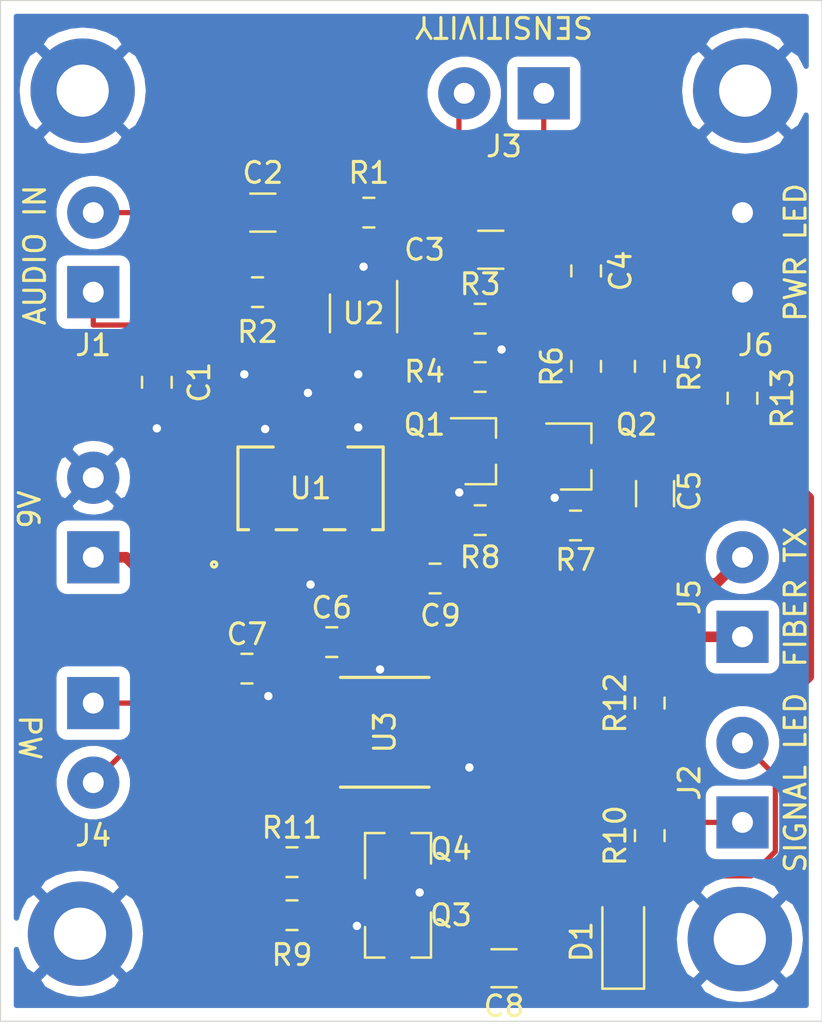
<source format=kicad_pcb>
(kicad_pcb (version 20171130) (host pcbnew 5.1.5)

  (general
    (thickness 1.6)
    (drawings 5)
    (tracks 192)
    (zones 0)
    (modules 41)
    (nets 27)
  )

  (page A4)
  (layers
    (0 F.Cu signal)
    (31 B.Cu signal hide)
    (32 B.Adhes user)
    (33 F.Adhes user)
    (34 B.Paste user)
    (35 F.Paste user)
    (36 B.SilkS user)
    (37 F.SilkS user)
    (38 B.Mask user)
    (39 F.Mask user)
    (40 Dwgs.User user)
    (41 Cmts.User user)
    (42 Eco1.User user)
    (43 Eco2.User user)
    (44 Edge.Cuts user)
    (45 Margin user)
    (46 B.CrtYd user)
    (47 F.CrtYd user)
    (48 B.Fab user)
    (49 F.Fab user)
  )

  (setup
    (last_trace_width 0.508)
    (user_trace_width 0.381)
    (user_trace_width 0.508)
    (trace_clearance 0.2)
    (zone_clearance 0.508)
    (zone_45_only no)
    (trace_min 0.2)
    (via_size 0.8)
    (via_drill 0.4)
    (via_min_size 0.4)
    (via_min_drill 0.3)
    (uvia_size 0.3)
    (uvia_drill 0.1)
    (uvias_allowed no)
    (uvia_min_size 0.2)
    (uvia_min_drill 0.1)
    (edge_width 0.05)
    (segment_width 0.2)
    (pcb_text_width 0.3)
    (pcb_text_size 1.5 1.5)
    (mod_edge_width 0.12)
    (mod_text_size 1 1)
    (mod_text_width 0.15)
    (pad_size 1.524 1.524)
    (pad_drill 0.762)
    (pad_to_mask_clearance 0.051)
    (solder_mask_min_width 0.25)
    (aux_axis_origin 0 0)
    (visible_elements FFFFFF7F)
    (pcbplotparams
      (layerselection 0x010fc_ffffffff)
      (usegerberextensions false)
      (usegerberattributes false)
      (usegerberadvancedattributes false)
      (creategerberjobfile false)
      (excludeedgelayer true)
      (linewidth 0.100000)
      (plotframeref false)
      (viasonmask false)
      (mode 1)
      (useauxorigin false)
      (hpglpennumber 1)
      (hpglpenspeed 20)
      (hpglpendiameter 15.000000)
      (psnegative false)
      (psa4output false)
      (plotreference true)
      (plotvalue true)
      (plotinvisibletext false)
      (padsonsilk false)
      (subtractmaskfromsilk false)
      (outputformat 1)
      (mirror false)
      (drillshape 1)
      (scaleselection 1)
      (outputdirectory ""))
  )

  (net 0 "")
  (net 1 "Net-(Q1-Pad3)")
  (net 2 "Net-(Q1-Pad1)")
  (net 3 VCC)
  (net 4 Earth)
  (net 5 "Net-(BT1-Pad1)")
  (net 6 S+)
  (net 7 "Net-(R1-Pad1)")
  (net 8 "Net-(C1-Pad1)")
  (net 9 "Net-(C2-Pad2)")
  (net 10 "Net-(C2-Pad1)")
  (net 11 S-)
  (net 12 "Net-(C4-Pad2)")
  (net 13 "Net-(C5-Pad2)")
  (net 14 "Net-(C5-Pad1)")
  (net 15 "Net-(C6-Pad1)")
  (net 16 PW-)
  (net 17 PW+)
  (net 18 Out)
  (net 19 "Net-(C8-Pad2)")
  (net 20 "Net-(C8-Pad1)")
  (net 21 "Net-(J2-Pad1)")
  (net 22 "Net-(J5-Pad2)")
  (net 23 "Net-(J5-Pad1)")
  (net 24 "Net-(Q3-Pad1)")
  (net 25 "Net-(Q4-Pad1)")
  (net 26 "Net-(J6-Pad1)")

  (net_class Default "This is the default net class."
    (clearance 0.2)
    (trace_width 0.25)
    (via_dia 0.8)
    (via_drill 0.4)
    (uvia_dia 0.3)
    (uvia_drill 0.1)
    (add_net Earth)
    (add_net "Net-(BT1-Pad1)")
    (add_net "Net-(C1-Pad1)")
    (add_net "Net-(C2-Pad1)")
    (add_net "Net-(C2-Pad2)")
    (add_net "Net-(C4-Pad2)")
    (add_net "Net-(C5-Pad1)")
    (add_net "Net-(C5-Pad2)")
    (add_net "Net-(C6-Pad1)")
    (add_net "Net-(C8-Pad1)")
    (add_net "Net-(C8-Pad2)")
    (add_net "Net-(J2-Pad1)")
    (add_net "Net-(J5-Pad1)")
    (add_net "Net-(J5-Pad2)")
    (add_net "Net-(J6-Pad1)")
    (add_net "Net-(Q1-Pad1)")
    (add_net "Net-(Q1-Pad3)")
    (add_net "Net-(Q3-Pad1)")
    (add_net "Net-(Q4-Pad1)")
    (add_net "Net-(R1-Pad1)")
    (add_net Out)
    (add_net PW+)
    (add_net PW-)
    (add_net S+)
    (add_net S-)
    (add_net VCC)
  )

  (module Capacitor_SMD:C_0805_2012Metric_Pad1.15x1.40mm_HandSolder (layer F.Cu) (tedit 5B36C52B) (tstamp 5E12E4DF)
    (at 74.803 40.386)
    (descr "Capacitor SMD 0805 (2012 Metric), square (rectangular) end terminal, IPC_7351 nominal with elongated pad for handsoldering. (Body size source: https://docs.google.com/spreadsheets/d/1BsfQQcO9C6DZCsRaXUlFlo91Tg2WpOkGARC1WS5S8t0/edit?usp=sharing), generated with kicad-footprint-generator")
    (tags "capacitor handsolder")
    (path /5E13E707)
    (attr smd)
    (fp_text reference C9 (at 0.254 1.778) (layer F.SilkS)
      (effects (font (size 1 1) (thickness 0.15)))
    )
    (fp_text value .22uF (at 0 1.65) (layer F.Fab) hide
      (effects (font (size 1 1) (thickness 0.15)))
    )
    (fp_text user %R (at 0 0) (layer F.Fab) hide
      (effects (font (size 0.5 0.5) (thickness 0.08)))
    )
    (fp_line (start 1.85 0.95) (end -1.85 0.95) (layer F.CrtYd) (width 0.05))
    (fp_line (start 1.85 -0.95) (end 1.85 0.95) (layer F.CrtYd) (width 0.05))
    (fp_line (start -1.85 -0.95) (end 1.85 -0.95) (layer F.CrtYd) (width 0.05))
    (fp_line (start -1.85 0.95) (end -1.85 -0.95) (layer F.CrtYd) (width 0.05))
    (fp_line (start -0.261252 0.71) (end 0.261252 0.71) (layer F.SilkS) (width 0.12))
    (fp_line (start -0.261252 -0.71) (end 0.261252 -0.71) (layer F.SilkS) (width 0.12))
    (fp_line (start 1 0.6) (end -1 0.6) (layer F.Fab) (width 0.1))
    (fp_line (start 1 -0.6) (end 1 0.6) (layer F.Fab) (width 0.1))
    (fp_line (start -1 -0.6) (end 1 -0.6) (layer F.Fab) (width 0.1))
    (fp_line (start -1 0.6) (end -1 -0.6) (layer F.Fab) (width 0.1))
    (pad 2 smd roundrect (at 1.025 0) (size 1.15 1.4) (layers F.Cu F.Paste F.Mask) (roundrect_rratio 0.217391)
      (net 4 Earth))
    (pad 1 smd roundrect (at -1.025 0) (size 1.15 1.4) (layers F.Cu F.Paste F.Mask) (roundrect_rratio 0.217391)
      (net 3 VCC))
    (model ${KISYS3DMOD}/Capacitor_SMD.3dshapes/C_0805_2012Metric.wrl
      (at (xyz 0 0 0))
      (scale (xyz 1 1 1))
      (rotate (xyz 0 0 0))
    )
  )

  (module Resistor_SMD:R_0805_2012Metric_Pad1.15x1.40mm_HandSolder (layer F.Cu) (tedit 5B36C52B) (tstamp 5E127ECB)
    (at 89.535 31.75 90)
    (descr "Resistor SMD 0805 (2012 Metric), square (rectangular) end terminal, IPC_7351 nominal with elongated pad for handsoldering. (Body size source: https://docs.google.com/spreadsheets/d/1BsfQQcO9C6DZCsRaXUlFlo91Tg2WpOkGARC1WS5S8t0/edit?usp=sharing), generated with kicad-footprint-generator")
    (tags "resistor handsolder")
    (path /5E2009B6)
    (attr smd)
    (fp_text reference R13 (at 0 1.905 90) (layer F.SilkS)
      (effects (font (size 1 1) (thickness 0.15)))
    )
    (fp_text value 560 (at 0 0.695 90) (layer F.Fab) hide
      (effects (font (size 1 1) (thickness 0.15)))
    )
    (fp_text user %R (at 0 0 90) (layer F.Fab)
      (effects (font (size 0.5 0.5) (thickness 0.08)))
    )
    (fp_line (start 1.85 0.95) (end -1.85 0.95) (layer F.CrtYd) (width 0.05))
    (fp_line (start 1.85 -0.95) (end 1.85 0.95) (layer F.CrtYd) (width 0.05))
    (fp_line (start -1.85 -0.95) (end 1.85 -0.95) (layer F.CrtYd) (width 0.05))
    (fp_line (start -1.85 0.95) (end -1.85 -0.95) (layer F.CrtYd) (width 0.05))
    (fp_line (start -0.261252 0.71) (end 0.261252 0.71) (layer F.SilkS) (width 0.12))
    (fp_line (start -0.261252 -0.71) (end 0.261252 -0.71) (layer F.SilkS) (width 0.12))
    (fp_line (start 1 0.6) (end -1 0.6) (layer F.Fab) (width 0.1))
    (fp_line (start 1 -0.6) (end 1 0.6) (layer F.Fab) (width 0.1))
    (fp_line (start -1 -0.6) (end 1 -0.6) (layer F.Fab) (width 0.1))
    (fp_line (start -1 0.6) (end -1 -0.6) (layer F.Fab) (width 0.1))
    (pad 2 smd roundrect (at 1.025 0 90) (size 1.15 1.4) (layers F.Cu F.Paste F.Mask) (roundrect_rratio 0.217391)
      (net 26 "Net-(J6-Pad1)"))
    (pad 1 smd roundrect (at -1.025 0 90) (size 1.15 1.4) (layers F.Cu F.Paste F.Mask) (roundrect_rratio 0.217391)
      (net 3 VCC))
    (model ${KISYS3DMOD}/Resistor_SMD.3dshapes/R_0805_2012Metric.wrl
      (at (xyz 0 0 0))
      (scale (xyz 1 1 1))
      (rotate (xyz 0 0 0))
    )
  )

  (module Connector_Wire:SolderWirePad_1x02_P3.81mm_Drill1mm (layer F.Cu) (tedit 5AEE5F04) (tstamp 5E127C9A)
    (at 89.535 26.67 90)
    (descr "Wire solder connection")
    (tags connector)
    (path /5E1FF620)
    (attr virtual)
    (fp_text reference J6 (at -2.54 0.635 180) (layer F.SilkS)
      (effects (font (size 1 1) (thickness 0.15)))
    )
    (fp_text value "PWR LED" (at 1.905 2.54 90) (layer F.SilkS)
      (effects (font (size 1 1) (thickness 0.15)))
    )
    (fp_line (start 5.56 1.75) (end -1.74 1.75) (layer F.CrtYd) (width 0.05))
    (fp_line (start 5.56 1.75) (end 5.56 -1.75) (layer F.CrtYd) (width 0.05))
    (fp_line (start -1.74 -1.75) (end -1.74 1.75) (layer F.CrtYd) (width 0.05))
    (fp_line (start -1.74 -1.75) (end 5.56 -1.75) (layer F.CrtYd) (width 0.05))
    (fp_text user %R (at 1.905 0 90) (layer F.Fab)
      (effects (font (size 1 1) (thickness 0.15)))
    )
    (pad 2 thru_hole circle (at 3.81 0 90) (size 2.49936 2.49936) (drill 1.00076) (layers *.Cu *.Mask)
      (net 4 Earth))
    (pad 1 thru_hole rect (at 0 0 90) (size 2.49936 2.49936) (drill 1.00076) (layers *.Cu *.Mask)
      (net 26 "Net-(J6-Pad1)"))
  )

  (module Resistor_SMD:R_0805_2012Metric_Pad1.15x1.40mm_HandSolder (layer F.Cu) (tedit 5B36C52B) (tstamp 5E0EBF90)
    (at 85.09 46.355 90)
    (descr "Resistor SMD 0805 (2012 Metric), square (rectangular) end terminal, IPC_7351 nominal with elongated pad for handsoldering. (Body size source: https://docs.google.com/spreadsheets/d/1BsfQQcO9C6DZCsRaXUlFlo91Tg2WpOkGARC1WS5S8t0/edit?usp=sharing), generated with kicad-footprint-generator")
    (tags "resistor handsolder")
    (path /5E199F2D)
    (attr smd)
    (fp_text reference R12 (at 0 -1.65 90) (layer F.SilkS)
      (effects (font (size 1 1) (thickness 0.15)))
    )
    (fp_text value 150 (at 0 1.65 90) (layer F.Fab) hide
      (effects (font (size 1 1) (thickness 0.15)))
    )
    (fp_text user %R (at 0 0 90) (layer F.Fab) hide
      (effects (font (size 0.5 0.5) (thickness 0.08)))
    )
    (fp_line (start 1.85 0.95) (end -1.85 0.95) (layer F.CrtYd) (width 0.05))
    (fp_line (start 1.85 -0.95) (end 1.85 0.95) (layer F.CrtYd) (width 0.05))
    (fp_line (start -1.85 -0.95) (end 1.85 -0.95) (layer F.CrtYd) (width 0.05))
    (fp_line (start -1.85 0.95) (end -1.85 -0.95) (layer F.CrtYd) (width 0.05))
    (fp_line (start -0.261252 0.71) (end 0.261252 0.71) (layer F.SilkS) (width 0.12))
    (fp_line (start -0.261252 -0.71) (end 0.261252 -0.71) (layer F.SilkS) (width 0.12))
    (fp_line (start 1 0.6) (end -1 0.6) (layer F.Fab) (width 0.1))
    (fp_line (start 1 -0.6) (end 1 0.6) (layer F.Fab) (width 0.1))
    (fp_line (start -1 -0.6) (end 1 -0.6) (layer F.Fab) (width 0.1))
    (fp_line (start -1 0.6) (end -1 -0.6) (layer F.Fab) (width 0.1))
    (pad 2 smd roundrect (at 1.025 0 90) (size 1.15 1.4) (layers F.Cu F.Paste F.Mask) (roundrect_rratio 0.217391)
      (net 23 "Net-(J5-Pad1)"))
    (pad 1 smd roundrect (at -1.025 0 90) (size 1.15 1.4) (layers F.Cu F.Paste F.Mask) (roundrect_rratio 0.217391)
      (net 3 VCC))
    (model ${KISYS3DMOD}/Resistor_SMD.3dshapes/R_0805_2012Metric.wrl
      (at (xyz 0 0 0))
      (scale (xyz 1 1 1))
      (rotate (xyz 0 0 0))
    )
  )

  (module Resistor_SMD:R_0805_2012Metric_Pad1.15x1.40mm_HandSolder (layer F.Cu) (tedit 5B36C52B) (tstamp 5E0EBF7F)
    (at 67.945 53.975)
    (descr "Resistor SMD 0805 (2012 Metric), square (rectangular) end terminal, IPC_7351 nominal with elongated pad for handsoldering. (Body size source: https://docs.google.com/spreadsheets/d/1BsfQQcO9C6DZCsRaXUlFlo91Tg2WpOkGARC1WS5S8t0/edit?usp=sharing), generated with kicad-footprint-generator")
    (tags "resistor handsolder")
    (path /5E17EB33)
    (attr smd)
    (fp_text reference R11 (at 0 -1.65) (layer F.SilkS)
      (effects (font (size 1 1) (thickness 0.15)))
    )
    (fp_text value 1K (at 0 1.65) (layer F.Fab) hide
      (effects (font (size 1 1) (thickness 0.15)))
    )
    (fp_text user %R (at 0 0) (layer F.Fab) hide
      (effects (font (size 0.5 0.5) (thickness 0.08)))
    )
    (fp_line (start 1.85 0.95) (end -1.85 0.95) (layer F.CrtYd) (width 0.05))
    (fp_line (start 1.85 -0.95) (end 1.85 0.95) (layer F.CrtYd) (width 0.05))
    (fp_line (start -1.85 -0.95) (end 1.85 -0.95) (layer F.CrtYd) (width 0.05))
    (fp_line (start -1.85 0.95) (end -1.85 -0.95) (layer F.CrtYd) (width 0.05))
    (fp_line (start -0.261252 0.71) (end 0.261252 0.71) (layer F.SilkS) (width 0.12))
    (fp_line (start -0.261252 -0.71) (end 0.261252 -0.71) (layer F.SilkS) (width 0.12))
    (fp_line (start 1 0.6) (end -1 0.6) (layer F.Fab) (width 0.1))
    (fp_line (start 1 -0.6) (end 1 0.6) (layer F.Fab) (width 0.1))
    (fp_line (start -1 -0.6) (end 1 -0.6) (layer F.Fab) (width 0.1))
    (fp_line (start -1 0.6) (end -1 -0.6) (layer F.Fab) (width 0.1))
    (pad 2 smd roundrect (at 1.025 0) (size 1.15 1.4) (layers F.Cu F.Paste F.Mask) (roundrect_rratio 0.217391)
      (net 25 "Net-(Q4-Pad1)"))
    (pad 1 smd roundrect (at -1.025 0) (size 1.15 1.4) (layers F.Cu F.Paste F.Mask) (roundrect_rratio 0.217391)
      (net 18 Out))
    (model ${KISYS3DMOD}/Resistor_SMD.3dshapes/R_0805_2012Metric.wrl
      (at (xyz 0 0 0))
      (scale (xyz 1 1 1))
      (rotate (xyz 0 0 0))
    )
  )

  (module Resistor_SMD:R_0805_2012Metric_Pad1.15x1.40mm_HandSolder (layer F.Cu) (tedit 5B36C52B) (tstamp 5E0EBF6E)
    (at 85.09 52.705 90)
    (descr "Resistor SMD 0805 (2012 Metric), square (rectangular) end terminal, IPC_7351 nominal with elongated pad for handsoldering. (Body size source: https://docs.google.com/spreadsheets/d/1BsfQQcO9C6DZCsRaXUlFlo91Tg2WpOkGARC1WS5S8t0/edit?usp=sharing), generated with kicad-footprint-generator")
    (tags "resistor handsolder")
    (path /5E199682)
    (attr smd)
    (fp_text reference R10 (at 0 -1.65 90) (layer F.SilkS)
      (effects (font (size 1 1) (thickness 0.15)))
    )
    (fp_text value 150 (at 0 1.65 90) (layer F.Fab) hide
      (effects (font (size 1 1) (thickness 0.15)))
    )
    (fp_text user %R (at 0 0 90) (layer F.Fab) hide
      (effects (font (size 0.5 0.5) (thickness 0.08)))
    )
    (fp_line (start 1.85 0.95) (end -1.85 0.95) (layer F.CrtYd) (width 0.05))
    (fp_line (start 1.85 -0.95) (end 1.85 0.95) (layer F.CrtYd) (width 0.05))
    (fp_line (start -1.85 -0.95) (end 1.85 -0.95) (layer F.CrtYd) (width 0.05))
    (fp_line (start -1.85 0.95) (end -1.85 -0.95) (layer F.CrtYd) (width 0.05))
    (fp_line (start -0.261252 0.71) (end 0.261252 0.71) (layer F.SilkS) (width 0.12))
    (fp_line (start -0.261252 -0.71) (end 0.261252 -0.71) (layer F.SilkS) (width 0.12))
    (fp_line (start 1 0.6) (end -1 0.6) (layer F.Fab) (width 0.1))
    (fp_line (start 1 -0.6) (end 1 0.6) (layer F.Fab) (width 0.1))
    (fp_line (start -1 -0.6) (end 1 -0.6) (layer F.Fab) (width 0.1))
    (fp_line (start -1 0.6) (end -1 -0.6) (layer F.Fab) (width 0.1))
    (pad 2 smd roundrect (at 1.025 0 90) (size 1.15 1.4) (layers F.Cu F.Paste F.Mask) (roundrect_rratio 0.217391)
      (net 21 "Net-(J2-Pad1)"))
    (pad 1 smd roundrect (at -1.025 0 90) (size 1.15 1.4) (layers F.Cu F.Paste F.Mask) (roundrect_rratio 0.217391)
      (net 3 VCC))
    (model ${KISYS3DMOD}/Resistor_SMD.3dshapes/R_0805_2012Metric.wrl
      (at (xyz 0 0 0))
      (scale (xyz 1 1 1))
      (rotate (xyz 0 0 0))
    )
  )

  (module Resistor_SMD:R_0805_2012Metric_Pad1.15x1.40mm_HandSolder (layer F.Cu) (tedit 5B36C52B) (tstamp 5E0EBF5D)
    (at 67.945 56.515)
    (descr "Resistor SMD 0805 (2012 Metric), square (rectangular) end terminal, IPC_7351 nominal with elongated pad for handsoldering. (Body size source: https://docs.google.com/spreadsheets/d/1BsfQQcO9C6DZCsRaXUlFlo91Tg2WpOkGARC1WS5S8t0/edit?usp=sharing), generated with kicad-footprint-generator")
    (tags "resistor handsolder")
    (path /5E17E209)
    (attr smd)
    (fp_text reference R9 (at 0 1.905) (layer F.SilkS)
      (effects (font (size 1 1) (thickness 0.15)))
    )
    (fp_text value 1K (at 0 1.65) (layer F.Fab) hide
      (effects (font (size 1 1) (thickness 0.15)))
    )
    (fp_text user %R (at 0 0) (layer F.Fab) hide
      (effects (font (size 0.5 0.5) (thickness 0.08)))
    )
    (fp_line (start 1.85 0.95) (end -1.85 0.95) (layer F.CrtYd) (width 0.05))
    (fp_line (start 1.85 -0.95) (end 1.85 0.95) (layer F.CrtYd) (width 0.05))
    (fp_line (start -1.85 -0.95) (end 1.85 -0.95) (layer F.CrtYd) (width 0.05))
    (fp_line (start -1.85 0.95) (end -1.85 -0.95) (layer F.CrtYd) (width 0.05))
    (fp_line (start -0.261252 0.71) (end 0.261252 0.71) (layer F.SilkS) (width 0.12))
    (fp_line (start -0.261252 -0.71) (end 0.261252 -0.71) (layer F.SilkS) (width 0.12))
    (fp_line (start 1 0.6) (end -1 0.6) (layer F.Fab) (width 0.1))
    (fp_line (start 1 -0.6) (end 1 0.6) (layer F.Fab) (width 0.1))
    (fp_line (start -1 -0.6) (end 1 -0.6) (layer F.Fab) (width 0.1))
    (fp_line (start -1 0.6) (end -1 -0.6) (layer F.Fab) (width 0.1))
    (pad 2 smd roundrect (at 1.025 0) (size 1.15 1.4) (layers F.Cu F.Paste F.Mask) (roundrect_rratio 0.217391)
      (net 24 "Net-(Q3-Pad1)"))
    (pad 1 smd roundrect (at -1.025 0) (size 1.15 1.4) (layers F.Cu F.Paste F.Mask) (roundrect_rratio 0.217391)
      (net 18 Out))
    (model ${KISYS3DMOD}/Resistor_SMD.3dshapes/R_0805_2012Metric.wrl
      (at (xyz 0 0 0))
      (scale (xyz 1 1 1))
      (rotate (xyz 0 0 0))
    )
  )

  (module Package_TO_SOT_SMD:SOT-23 (layer F.Cu) (tedit 5A02FF57) (tstamp 5E0EBE4C)
    (at 73.025 53.34 90)
    (descr "SOT-23, Standard")
    (tags SOT-23)
    (path /5E17BEEA)
    (attr smd)
    (fp_text reference Q4 (at 0 2.54 180) (layer F.SilkS)
      (effects (font (size 1 1) (thickness 0.15)))
    )
    (fp_text value BC847 (at 0 2.5 90) (layer F.Fab) hide
      (effects (font (size 1 1) (thickness 0.15)))
    )
    (fp_line (start 0.76 1.58) (end -0.7 1.58) (layer F.SilkS) (width 0.12))
    (fp_line (start 0.76 -1.58) (end -1.4 -1.58) (layer F.SilkS) (width 0.12))
    (fp_line (start -1.7 1.75) (end -1.7 -1.75) (layer F.CrtYd) (width 0.05))
    (fp_line (start 1.7 1.75) (end -1.7 1.75) (layer F.CrtYd) (width 0.05))
    (fp_line (start 1.7 -1.75) (end 1.7 1.75) (layer F.CrtYd) (width 0.05))
    (fp_line (start -1.7 -1.75) (end 1.7 -1.75) (layer F.CrtYd) (width 0.05))
    (fp_line (start 0.76 -1.58) (end 0.76 -0.65) (layer F.SilkS) (width 0.12))
    (fp_line (start 0.76 1.58) (end 0.76 0.65) (layer F.SilkS) (width 0.12))
    (fp_line (start -0.7 1.52) (end 0.7 1.52) (layer F.Fab) (width 0.1))
    (fp_line (start 0.7 -1.52) (end 0.7 1.52) (layer F.Fab) (width 0.1))
    (fp_line (start -0.7 -0.95) (end -0.15 -1.52) (layer F.Fab) (width 0.1))
    (fp_line (start -0.15 -1.52) (end 0.7 -1.52) (layer F.Fab) (width 0.1))
    (fp_line (start -0.7 -0.95) (end -0.7 1.5) (layer F.Fab) (width 0.1))
    (fp_text user %R (at 0 0) (layer F.Fab) hide
      (effects (font (size 0.5 0.5) (thickness 0.075)))
    )
    (pad 3 smd rect (at 1 0 90) (size 0.9 0.8) (layers F.Cu F.Paste F.Mask)
      (net 22 "Net-(J5-Pad2)"))
    (pad 2 smd rect (at -1 0.95 90) (size 0.9 0.8) (layers F.Cu F.Paste F.Mask)
      (net 4 Earth))
    (pad 1 smd rect (at -1 -0.95 90) (size 0.9 0.8) (layers F.Cu F.Paste F.Mask)
      (net 25 "Net-(Q4-Pad1)"))
    (model ${KISYS3DMOD}/Package_TO_SOT_SMD.3dshapes/SOT-23.wrl
      (at (xyz 0 0 0))
      (scale (xyz 1 1 1))
      (rotate (xyz 0 0 0))
    )
  )

  (module Package_TO_SOT_SMD:SOT-23 (layer F.Cu) (tedit 5A02FF57) (tstamp 5E0EBE37)
    (at 73.025 57.785 270)
    (descr "SOT-23, Standard")
    (tags SOT-23)
    (path /5E170BC8)
    (attr smd)
    (fp_text reference Q3 (at -1.27 -2.54 180) (layer F.SilkS)
      (effects (font (size 1 1) (thickness 0.15)))
    )
    (fp_text value BC847 (at 0 2.5 90) (layer F.Fab) hide
      (effects (font (size 1 1) (thickness 0.15)))
    )
    (fp_line (start 0.76 1.58) (end -0.7 1.58) (layer F.SilkS) (width 0.12))
    (fp_line (start 0.76 -1.58) (end -1.4 -1.58) (layer F.SilkS) (width 0.12))
    (fp_line (start -1.7 1.75) (end -1.7 -1.75) (layer F.CrtYd) (width 0.05))
    (fp_line (start 1.7 1.75) (end -1.7 1.75) (layer F.CrtYd) (width 0.05))
    (fp_line (start 1.7 -1.75) (end 1.7 1.75) (layer F.CrtYd) (width 0.05))
    (fp_line (start -1.7 -1.75) (end 1.7 -1.75) (layer F.CrtYd) (width 0.05))
    (fp_line (start 0.76 -1.58) (end 0.76 -0.65) (layer F.SilkS) (width 0.12))
    (fp_line (start 0.76 1.58) (end 0.76 0.65) (layer F.SilkS) (width 0.12))
    (fp_line (start -0.7 1.52) (end 0.7 1.52) (layer F.Fab) (width 0.1))
    (fp_line (start 0.7 -1.52) (end 0.7 1.52) (layer F.Fab) (width 0.1))
    (fp_line (start -0.7 -0.95) (end -0.15 -1.52) (layer F.Fab) (width 0.1))
    (fp_line (start -0.15 -1.52) (end 0.7 -1.52) (layer F.Fab) (width 0.1))
    (fp_line (start -0.7 -0.95) (end -0.7 1.5) (layer F.Fab) (width 0.1))
    (fp_text user %R (at 0 0) (layer F.Fab) hide
      (effects (font (size 0.5 0.5) (thickness 0.075)))
    )
    (pad 3 smd rect (at 1 0 270) (size 0.9 0.8) (layers F.Cu F.Paste F.Mask)
      (net 19 "Net-(C8-Pad2)"))
    (pad 2 smd rect (at -1 0.95 270) (size 0.9 0.8) (layers F.Cu F.Paste F.Mask)
      (net 4 Earth))
    (pad 1 smd rect (at -1 -0.95 270) (size 0.9 0.8) (layers F.Cu F.Paste F.Mask)
      (net 24 "Net-(Q3-Pad1)"))
    (model ${KISYS3DMOD}/Package_TO_SOT_SMD.3dshapes/SOT-23.wrl
      (at (xyz 0 0 0))
      (scale (xyz 1 1 1))
      (rotate (xyz 0 0 0))
    )
  )

  (module Connector_Wire:SolderWirePad_1x02_P3.81mm_Drill1mm (layer F.Cu) (tedit 5AEE5F04) (tstamp 5E0EBDD2)
    (at 89.535 43.18 90)
    (descr "Wire solder connection")
    (tags connector)
    (path /5E195EEB)
    (attr virtual)
    (fp_text reference J5 (at 1.905 -2.54 90) (layer F.SilkS)
      (effects (font (size 1 1) (thickness 0.15)))
    )
    (fp_text value "FIBER TX" (at 1.905 2.54 90) (layer F.SilkS)
      (effects (font (size 1 1) (thickness 0.15)))
    )
    (fp_line (start 5.56 1.75) (end -1.74 1.75) (layer F.CrtYd) (width 0.05))
    (fp_line (start 5.56 1.75) (end 5.56 -1.75) (layer F.CrtYd) (width 0.05))
    (fp_line (start -1.74 -1.75) (end -1.74 1.75) (layer F.CrtYd) (width 0.05))
    (fp_line (start -1.74 -1.75) (end 5.56 -1.75) (layer F.CrtYd) (width 0.05))
    (fp_text user %R (at 1.905 0 90) (layer F.Fab) hide
      (effects (font (size 1 1) (thickness 0.15)))
    )
    (pad 2 thru_hole circle (at 3.81 0 90) (size 2.49936 2.49936) (drill 1.00076) (layers *.Cu *.Mask)
      (net 22 "Net-(J5-Pad2)"))
    (pad 1 thru_hole rect (at 0 0 90) (size 2.49936 2.49936) (drill 1.00076) (layers *.Cu *.Mask)
      (net 23 "Net-(J5-Pad1)"))
  )

  (module Connector_Wire:SolderWirePad_1x02_P3.81mm_Drill1mm (layer F.Cu) (tedit 5AEE5F04) (tstamp 5E0EBDB3)
    (at 89.535 52.07 90)
    (descr "Wire solder connection")
    (tags connector)
    (path /5E197F0C)
    (attr virtual)
    (fp_text reference J2 (at 1.905 -2.54 90) (layer F.SilkS)
      (effects (font (size 1 1) (thickness 0.15)))
    )
    (fp_text value "SIGNAL LED" (at 1.905 2.54 90) (layer F.SilkS)
      (effects (font (size 1 1) (thickness 0.15)))
    )
    (fp_line (start 5.56 1.75) (end -1.74 1.75) (layer F.CrtYd) (width 0.05))
    (fp_line (start 5.56 1.75) (end 5.56 -1.75) (layer F.CrtYd) (width 0.05))
    (fp_line (start -1.74 -1.75) (end -1.74 1.75) (layer F.CrtYd) (width 0.05))
    (fp_line (start -1.74 -1.75) (end 5.56 -1.75) (layer F.CrtYd) (width 0.05))
    (fp_text user %R (at 1.905 0 90) (layer F.Fab) hide
      (effects (font (size 1 1) (thickness 0.15)))
    )
    (pad 2 thru_hole circle (at 3.81 0 90) (size 2.49936 2.49936) (drill 1.00076) (layers *.Cu *.Mask)
      (net 19 "Net-(C8-Pad2)"))
    (pad 1 thru_hole rect (at 0 0 90) (size 2.49936 2.49936) (drill 1.00076) (layers *.Cu *.Mask)
      (net 21 "Net-(J2-Pad1)"))
  )

  (module Diode_SMD:D_SOD-123 (layer F.Cu) (tedit 58645DC7) (tstamp 5E0EBD5C)
    (at 83.82 57.785 90)
    (descr SOD-123)
    (tags SOD-123)
    (path /5E1B9B2A)
    (attr smd)
    (fp_text reference D1 (at 0 -2 90) (layer F.SilkS)
      (effects (font (size 1 1) (thickness 0.15)))
    )
    (fp_text value 1N4148W (at 0 2.1 90) (layer F.Fab) hide
      (effects (font (size 1 1) (thickness 0.15)))
    )
    (fp_line (start -2.25 -1) (end 1.65 -1) (layer F.SilkS) (width 0.12))
    (fp_line (start -2.25 1) (end 1.65 1) (layer F.SilkS) (width 0.12))
    (fp_line (start -2.35 -1.15) (end -2.35 1.15) (layer F.CrtYd) (width 0.05))
    (fp_line (start 2.35 1.15) (end -2.35 1.15) (layer F.CrtYd) (width 0.05))
    (fp_line (start 2.35 -1.15) (end 2.35 1.15) (layer F.CrtYd) (width 0.05))
    (fp_line (start -2.35 -1.15) (end 2.35 -1.15) (layer F.CrtYd) (width 0.05))
    (fp_line (start -1.4 -0.9) (end 1.4 -0.9) (layer F.Fab) (width 0.1))
    (fp_line (start 1.4 -0.9) (end 1.4 0.9) (layer F.Fab) (width 0.1))
    (fp_line (start 1.4 0.9) (end -1.4 0.9) (layer F.Fab) (width 0.1))
    (fp_line (start -1.4 0.9) (end -1.4 -0.9) (layer F.Fab) (width 0.1))
    (fp_line (start -0.75 0) (end -0.35 0) (layer F.Fab) (width 0.1))
    (fp_line (start -0.35 0) (end -0.35 -0.55) (layer F.Fab) (width 0.1))
    (fp_line (start -0.35 0) (end -0.35 0.55) (layer F.Fab) (width 0.1))
    (fp_line (start -0.35 0) (end 0.25 -0.4) (layer F.Fab) (width 0.1))
    (fp_line (start 0.25 -0.4) (end 0.25 0.4) (layer F.Fab) (width 0.1))
    (fp_line (start 0.25 0.4) (end -0.35 0) (layer F.Fab) (width 0.1))
    (fp_line (start 0.25 0) (end 0.75 0) (layer F.Fab) (width 0.1))
    (fp_line (start -2.25 -1) (end -2.25 1) (layer F.SilkS) (width 0.12))
    (fp_text user %R (at 0 -2 90) (layer F.Fab) hide
      (effects (font (size 1 1) (thickness 0.15)))
    )
    (pad 2 smd rect (at 1.65 0 90) (size 0.9 1.2) (layers F.Cu F.Paste F.Mask)
      (net 3 VCC))
    (pad 1 smd rect (at -1.65 0 90) (size 0.9 1.2) (layers F.Cu F.Paste F.Mask)
      (net 20 "Net-(C8-Pad1)"))
    (model ${KISYS3DMOD}/Diode_SMD.3dshapes/D_SOD-123.wrl
      (at (xyz 0 0 0))
      (scale (xyz 1 1 1))
      (rotate (xyz 0 0 0))
    )
  )

  (module Capacitor_SMD:C_1206_3216Metric_Pad1.42x1.75mm_HandSolder (layer F.Cu) (tedit 5B301BBE) (tstamp 5E0EBD43)
    (at 78.105 59.055 180)
    (descr "Capacitor SMD 1206 (3216 Metric), square (rectangular) end terminal, IPC_7351 nominal with elongated pad for handsoldering. (Body size source: http://www.tortai-tech.com/upload/download/2011102023233369053.pdf), generated with kicad-footprint-generator")
    (tags "capacitor handsolder")
    (path /5E1BA5C7)
    (attr smd)
    (fp_text reference C8 (at 0 -1.82) (layer F.SilkS)
      (effects (font (size 1 1) (thickness 0.15)))
    )
    (fp_text value 1uF (at 0 1.82) (layer F.Fab) hide
      (effects (font (size 1 1) (thickness 0.15)))
    )
    (fp_text user %R (at 0 0) (layer F.Fab) hide
      (effects (font (size 0.8 0.8) (thickness 0.12)))
    )
    (fp_line (start 2.45 1.12) (end -2.45 1.12) (layer F.CrtYd) (width 0.05))
    (fp_line (start 2.45 -1.12) (end 2.45 1.12) (layer F.CrtYd) (width 0.05))
    (fp_line (start -2.45 -1.12) (end 2.45 -1.12) (layer F.CrtYd) (width 0.05))
    (fp_line (start -2.45 1.12) (end -2.45 -1.12) (layer F.CrtYd) (width 0.05))
    (fp_line (start -0.602064 0.91) (end 0.602064 0.91) (layer F.SilkS) (width 0.12))
    (fp_line (start -0.602064 -0.91) (end 0.602064 -0.91) (layer F.SilkS) (width 0.12))
    (fp_line (start 1.6 0.8) (end -1.6 0.8) (layer F.Fab) (width 0.1))
    (fp_line (start 1.6 -0.8) (end 1.6 0.8) (layer F.Fab) (width 0.1))
    (fp_line (start -1.6 -0.8) (end 1.6 -0.8) (layer F.Fab) (width 0.1))
    (fp_line (start -1.6 0.8) (end -1.6 -0.8) (layer F.Fab) (width 0.1))
    (pad 2 smd roundrect (at 1.4875 0 180) (size 1.425 1.75) (layers F.Cu F.Paste F.Mask) (roundrect_rratio 0.175439)
      (net 19 "Net-(C8-Pad2)"))
    (pad 1 smd roundrect (at -1.4875 0 180) (size 1.425 1.75) (layers F.Cu F.Paste F.Mask) (roundrect_rratio 0.175439)
      (net 20 "Net-(C8-Pad1)"))
    (model ${KISYS3DMOD}/Capacitor_SMD.3dshapes/C_1206_3216Metric.wrl
      (at (xyz 0 0 0))
      (scale (xyz 1 1 1))
      (rotate (xyz 0 0 0))
    )
  )

  (module Connector_Wire:SolderWirePad_1x02_P3.81mm_Drill1mm (layer F.Cu) (tedit 5AEE5F04) (tstamp 5E0E8A41)
    (at 80.01 17.145 180)
    (descr "Wire solder connection")
    (tags connector)
    (path /5E0F19EB)
    (attr virtual)
    (fp_text reference J3 (at 1.905 -2.54) (layer F.SilkS)
      (effects (font (size 1 1) (thickness 0.15)))
    )
    (fp_text value SENSITIVITY (at 1.905 3.175 180 unlocked) (layer F.SilkS)
      (effects (font (size 1 1) (thickness 0.15)))
    )
    (fp_line (start 5.56 1.75) (end -1.74 1.75) (layer F.CrtYd) (width 0.05))
    (fp_line (start 5.56 1.75) (end 5.56 -1.75) (layer F.CrtYd) (width 0.05))
    (fp_line (start -1.74 -1.75) (end -1.74 1.75) (layer F.CrtYd) (width 0.05))
    (fp_line (start -1.74 -1.75) (end 5.56 -1.75) (layer F.CrtYd) (width 0.05))
    (fp_text user %R (at 1.905 0) (layer F.Fab) hide
      (effects (font (size 1 1) (thickness 0.15)))
    )
    (pad 2 thru_hole circle (at 3.81 0 180) (size 2.49936 2.49936) (drill 1.00076) (layers *.Cu *.Mask)
      (net 6 S+))
    (pad 1 thru_hole rect (at 0 0 180) (size 2.49936 2.49936) (drill 1.00076) (layers *.Cu *.Mask)
      (net 11 S-))
  )

  (module Connector_Wire:SolderWirePad_1x02_P3.81mm_Drill1mm (layer F.Cu) (tedit 5AEE5F04) (tstamp 5E0D78B2)
    (at 58.42 26.67 90)
    (descr "Wire solder connection")
    (tags connector)
    (path /5E12BA26)
    (attr virtual)
    (fp_text reference J1 (at -2.54 0 180) (layer F.SilkS)
      (effects (font (size 1 1) (thickness 0.15)))
    )
    (fp_text value "AUDIO IN" (at 1.778 -2.794 -90) (layer F.SilkS)
      (effects (font (size 1 1) (thickness 0.15)))
    )
    (fp_line (start 5.56 1.75) (end -1.74 1.75) (layer F.CrtYd) (width 0.05))
    (fp_line (start 5.56 1.75) (end 5.56 -1.75) (layer F.CrtYd) (width 0.05))
    (fp_line (start -1.74 -1.75) (end -1.74 1.75) (layer F.CrtYd) (width 0.05))
    (fp_line (start -1.74 -1.75) (end 5.56 -1.75) (layer F.CrtYd) (width 0.05))
    (fp_text user %R (at 1.905 0 90) (layer F.Fab) hide
      (effects (font (size 1 1) (thickness 0.15)))
    )
    (pad 2 thru_hole circle (at 3.81 0 90) (size 2.49936 2.49936) (drill 1.00076) (layers *.Cu *.Mask)
      (net 9 "Net-(C2-Pad2)"))
    (pad 1 thru_hole rect (at 0 0 90) (size 2.49936 2.49936) (drill 1.00076) (layers *.Cu *.Mask)
      (net 8 "Net-(C1-Pad1)"))
  )

  (module MountingHole:MountingHole_2.5mm_Pad (layer F.Cu) (tedit 56D1B4CB) (tstamp 5E0D78A7)
    (at 89.408 57.658)
    (descr "Mounting Hole 2.5mm")
    (tags "mounting hole 2.5mm")
    (path /5E13645C)
    (attr virtual)
    (fp_text reference H4 (at 0 -3.5) (layer F.SilkS) hide
      (effects (font (size 1 1) (thickness 0.15)))
    )
    (fp_text value MountingHole_Pad (at 0 3.5) (layer F.Fab) hide
      (effects (font (size 1 1) (thickness 0.15)))
    )
    (fp_circle (center 0 0) (end 2.75 0) (layer F.CrtYd) (width 0.05))
    (fp_circle (center 0 0) (end 2.5 0) (layer Cmts.User) (width 0.15))
    (fp_text user %R (at 0.3 0) (layer F.Fab)
      (effects (font (size 1 1) (thickness 0.15)))
    )
    (pad 1 thru_hole circle (at 0 0) (size 5 5) (drill 2.5) (layers *.Cu *.Mask)
      (net 4 Earth))
  )

  (module MountingHole:MountingHole_2.5mm_Pad (layer F.Cu) (tedit 56D1B4CB) (tstamp 5E0D789F)
    (at 57.912 17.018)
    (descr "Mounting Hole 2.5mm")
    (tags "mounting hole 2.5mm")
    (path /5E1360E6)
    (attr virtual)
    (fp_text reference H3 (at 0 -3.5) (layer F.SilkS) hide
      (effects (font (size 1 1) (thickness 0.15)))
    )
    (fp_text value MountingHole_Pad (at 0 3.5) (layer F.Fab) hide
      (effects (font (size 1 1) (thickness 0.15)))
    )
    (fp_circle (center 0 0) (end 2.75 0) (layer F.CrtYd) (width 0.05))
    (fp_circle (center 0 0) (end 2.5 0) (layer Cmts.User) (width 0.15))
    (fp_text user %R (at 0.3 0) (layer F.Fab)
      (effects (font (size 1 1) (thickness 0.15)))
    )
    (pad 1 thru_hole circle (at 0 0) (size 5 5) (drill 2.5) (layers *.Cu *.Mask)
      (net 4 Earth))
  )

  (module MountingHole:MountingHole_2.5mm_Pad (layer F.Cu) (tedit 56D1B4CB) (tstamp 5E0D7897)
    (at 89.662 17.018)
    (descr "Mounting Hole 2.5mm")
    (tags "mounting hole 2.5mm")
    (path /5E135C6E)
    (attr virtual)
    (fp_text reference H2 (at 0 -3.5) (layer F.SilkS) hide
      (effects (font (size 1 1) (thickness 0.15)))
    )
    (fp_text value MountingHole_Pad (at 0 3.5) (layer F.Fab) hide
      (effects (font (size 1 1) (thickness 0.15)))
    )
    (fp_circle (center 0 0) (end 2.75 0) (layer F.CrtYd) (width 0.05))
    (fp_circle (center 0 0) (end 2.5 0) (layer Cmts.User) (width 0.15))
    (fp_text user %R (at 0.3 0) (layer F.Fab)
      (effects (font (size 1 1) (thickness 0.15)))
    )
    (pad 1 thru_hole circle (at 0 0) (size 5 5) (drill 2.5) (layers *.Cu *.Mask)
      (net 4 Earth))
  )

  (module MountingHole:MountingHole_2.5mm_Pad (layer F.Cu) (tedit 56D1B4CB) (tstamp 5E0D788F)
    (at 57.785 57.404)
    (descr "Mounting Hole 2.5mm")
    (tags "mounting hole 2.5mm")
    (path /5E1367E0)
    (attr virtual)
    (fp_text reference H1 (at 0 -3.5) (layer F.SilkS) hide
      (effects (font (size 1 1) (thickness 0.15)))
    )
    (fp_text value MountingHole_Pad (at 0 3.5) (layer F.Fab) hide
      (effects (font (size 1 1) (thickness 0.15)))
    )
    (fp_circle (center 0 0) (end 2.75 0) (layer F.CrtYd) (width 0.05))
    (fp_circle (center 0 0) (end 2.5 0) (layer Cmts.User) (width 0.15))
    (fp_text user %R (at 0.3 0) (layer F.Fab)
      (effects (font (size 1 1) (thickness 0.15)))
    )
    (pad 1 thru_hole circle (at 0 0) (size 5 5) (drill 2.5) (layers *.Cu *.Mask)
      (net 4 Earth))
  )

  (module lm555cm:LM555CM&slash_NOPB (layer F.Cu) (tedit 0) (tstamp 5E0D6777)
    (at 72.39 47.752 180)
    (path /5E0F8FDC)
    (attr smd)
    (fp_text reference U3 (at 0 0 270) (layer F.SilkS)
      (effects (font (size 1 1) (thickness 0.15)))
    )
    (fp_text value LM555CM_NOPB (at 0 0) (layer F.SilkS) hide
      (effects (font (size 1 1) (thickness 0.15)))
    )
    (fp_arc (start 0 -2.5019) (end 0.3048 -2.5019) (angle 180) (layer F.Fab) (width 0.1524))
    (fp_line (start -2.2479 2.4384) (end -3.7084 2.4384) (layer F.CrtYd) (width 0.1524))
    (fp_line (start -2.2479 2.7559) (end -2.2479 2.4384) (layer F.CrtYd) (width 0.1524))
    (fp_line (start 2.2479 2.7559) (end -2.2479 2.7559) (layer F.CrtYd) (width 0.1524))
    (fp_line (start 2.2479 2.4384) (end 2.2479 2.7559) (layer F.CrtYd) (width 0.1524))
    (fp_line (start 3.7084 2.4384) (end 2.2479 2.4384) (layer F.CrtYd) (width 0.1524))
    (fp_line (start 3.7084 -2.4384) (end 3.7084 2.4384) (layer F.CrtYd) (width 0.1524))
    (fp_line (start 2.2479 -2.4384) (end 3.7084 -2.4384) (layer F.CrtYd) (width 0.1524))
    (fp_line (start 2.2479 -2.7559) (end 2.2479 -2.4384) (layer F.CrtYd) (width 0.1524))
    (fp_line (start -2.2479 -2.7559) (end 2.2479 -2.7559) (layer F.CrtYd) (width 0.1524))
    (fp_line (start -2.2479 -2.4384) (end -2.2479 -2.7559) (layer F.CrtYd) (width 0.1524))
    (fp_line (start -3.7084 -2.4384) (end -2.2479 -2.4384) (layer F.CrtYd) (width 0.1524))
    (fp_line (start -3.7084 2.4384) (end -3.7084 -2.4384) (layer F.CrtYd) (width 0.1524))
    (fp_line (start -1.9939 -2.5019) (end -1.9939 2.5019) (layer F.Fab) (width 0.1524))
    (fp_line (start 1.9939 -2.5019) (end -1.9939 -2.5019) (layer F.Fab) (width 0.1524))
    (fp_line (start 1.9939 2.5019) (end 1.9939 -2.5019) (layer F.Fab) (width 0.1524))
    (fp_line (start -1.9939 2.5019) (end 1.9939 2.5019) (layer F.Fab) (width 0.1524))
    (fp_line (start 2.1209 -2.6289) (end -2.1209 -2.6289) (layer F.SilkS) (width 0.1524))
    (fp_line (start -2.1209 2.6289) (end 2.1209 2.6289) (layer F.SilkS) (width 0.1524))
    (fp_line (start 3.0988 -2.159) (end 1.9939 -2.159) (layer F.Fab) (width 0.1524))
    (fp_line (start 3.0988 -1.651) (end 3.0988 -2.159) (layer F.Fab) (width 0.1524))
    (fp_line (start 1.9939 -1.651) (end 3.0988 -1.651) (layer F.Fab) (width 0.1524))
    (fp_line (start 1.9939 -2.159) (end 1.9939 -1.651) (layer F.Fab) (width 0.1524))
    (fp_line (start 3.0988 -0.889) (end 1.9939 -0.889) (layer F.Fab) (width 0.1524))
    (fp_line (start 3.0988 -0.381) (end 3.0988 -0.889) (layer F.Fab) (width 0.1524))
    (fp_line (start 1.9939 -0.381) (end 3.0988 -0.381) (layer F.Fab) (width 0.1524))
    (fp_line (start 1.9939 -0.889) (end 1.9939 -0.381) (layer F.Fab) (width 0.1524))
    (fp_line (start 3.0988 0.381) (end 1.9939 0.381) (layer F.Fab) (width 0.1524))
    (fp_line (start 3.0988 0.889) (end 3.0988 0.381) (layer F.Fab) (width 0.1524))
    (fp_line (start 1.9939 0.889) (end 3.0988 0.889) (layer F.Fab) (width 0.1524))
    (fp_line (start 1.9939 0.381) (end 1.9939 0.889) (layer F.Fab) (width 0.1524))
    (fp_line (start 3.0988 1.651) (end 1.9939 1.651) (layer F.Fab) (width 0.1524))
    (fp_line (start 3.0988 2.159) (end 3.0988 1.651) (layer F.Fab) (width 0.1524))
    (fp_line (start 1.9939 2.159) (end 3.0988 2.159) (layer F.Fab) (width 0.1524))
    (fp_line (start 1.9939 1.651) (end 1.9939 2.159) (layer F.Fab) (width 0.1524))
    (fp_line (start -3.0988 2.159) (end -1.9939 2.159) (layer F.Fab) (width 0.1524))
    (fp_line (start -3.0988 1.651) (end -3.0988 2.159) (layer F.Fab) (width 0.1524))
    (fp_line (start -1.9939 1.651) (end -3.0988 1.651) (layer F.Fab) (width 0.1524))
    (fp_line (start -1.9939 2.159) (end -1.9939 1.651) (layer F.Fab) (width 0.1524))
    (fp_line (start -3.0988 0.889) (end -1.9939 0.889) (layer F.Fab) (width 0.1524))
    (fp_line (start -3.0988 0.381) (end -3.0988 0.889) (layer F.Fab) (width 0.1524))
    (fp_line (start -1.9939 0.381) (end -3.0988 0.381) (layer F.Fab) (width 0.1524))
    (fp_line (start -1.9939 0.889) (end -1.9939 0.381) (layer F.Fab) (width 0.1524))
    (fp_line (start -3.0988 -0.381) (end -1.9939 -0.381) (layer F.Fab) (width 0.1524))
    (fp_line (start -3.0988 -0.889) (end -3.0988 -0.381) (layer F.Fab) (width 0.1524))
    (fp_line (start -1.9939 -0.889) (end -3.0988 -0.889) (layer F.Fab) (width 0.1524))
    (fp_line (start -1.9939 -0.381) (end -1.9939 -0.889) (layer F.Fab) (width 0.1524))
    (fp_line (start -3.0988 -1.651) (end -1.9939 -1.651) (layer F.Fab) (width 0.1524))
    (fp_line (start -3.0988 -2.159) (end -3.0988 -1.651) (layer F.Fab) (width 0.1524))
    (fp_line (start -1.9939 -2.159) (end -3.0988 -2.159) (layer F.Fab) (width 0.1524))
    (fp_line (start -1.9939 -1.651) (end -1.9939 -2.159) (layer F.Fab) (width 0.1524))
    (fp_text user * (at -1.6129 -2.4257) (layer F.Fab) hide
      (effects (font (size 1 1) (thickness 0.15)))
    )
    (fp_text user * (at -2.7178 -3.6068) (layer F.SilkS) hide
      (effects (font (size 1 1) (thickness 0.15)))
    )
    (fp_text user 0.078in/1.981mm (at -2.4638 4.9149) (layer Dwgs.User) hide
      (effects (font (size 1 1) (thickness 0.15)))
    )
    (fp_text user 0.194in/4.928mm (at 0 -4.9149) (layer Dwgs.User) hide
      (effects (font (size 1 1) (thickness 0.15)))
    )
    (fp_text user 0.022in/0.559mm (at 5.5118 -1.905) (layer Dwgs.User) hide
      (effects (font (size 1 1) (thickness 0.15)))
    )
    (fp_text user 0.05in/1.27mm (at -5.5118 -1.27) (layer Dwgs.User) hide
      (effects (font (size 1 1) (thickness 0.15)))
    )
    (fp_text user * (at -1.6129 -2.4257) (layer F.Fab) hide
      (effects (font (size 1 1) (thickness 0.15)))
    )
    (fp_text user * (at -2.7178 -3.6068) (layer F.SilkS) hide
      (effects (font (size 1 1) (thickness 0.15)))
    )
    (fp_text user "Copyright 2016 Accelerated Designs. All rights reserved." (at 0 0) (layer Cmts.User) hide
      (effects (font (size 0.127 0.127) (thickness 0.002)))
    )
    (pad 8 smd rect (at 2.4638 -1.905 180) (size 1.9812 0.5588) (layers F.Cu F.Paste F.Mask)
      (net 3 VCC))
    (pad 7 smd rect (at 2.4638 -0.635 180) (size 1.9812 0.5588) (layers F.Cu F.Paste F.Mask)
      (net 17 PW+))
    (pad 6 smd rect (at 2.4638 0.635 180) (size 1.9812 0.5588) (layers F.Cu F.Paste F.Mask)
      (net 17 PW+))
    (pad 5 smd rect (at 2.4638 1.905 180) (size 1.9812 0.5588) (layers F.Cu F.Paste F.Mask)
      (net 15 "Net-(C6-Pad1)"))
    (pad 4 smd rect (at -2.4638 1.905 180) (size 1.9812 0.5588) (layers F.Cu F.Paste F.Mask)
      (net 3 VCC))
    (pad 3 smd rect (at -2.4638 0.635 180) (size 1.9812 0.5588) (layers F.Cu F.Paste F.Mask)
      (net 18 Out))
    (pad 2 smd rect (at -2.4638 -0.635 180) (size 1.9812 0.5588) (layers F.Cu F.Paste F.Mask)
      (net 14 "Net-(C5-Pad1)"))
    (pad 1 smd rect (at -2.4638 -1.905 180) (size 1.9812 0.5588) (layers F.Cu F.Paste F.Mask)
      (net 4 Earth))
    (model ${KISYS3DMOD}/Package_SO.3dshapes/SOIC-8_3.9x4.9mm_P1.27mm.wrl
      (at (xyz 0 0 0))
      (scale (xyz 1 1 1))
      (rotate (xyz 0 0 0))
    )
  )

  (module Resistor_SMD:R_0805_2012Metric_Pad1.15x1.40mm_HandSolder (layer F.Cu) (tedit 5B36C52B) (tstamp 5E0D669F)
    (at 76.962 37.592)
    (descr "Resistor SMD 0805 (2012 Metric), square (rectangular) end terminal, IPC_7351 nominal with elongated pad for handsoldering. (Body size source: https://docs.google.com/spreadsheets/d/1BsfQQcO9C6DZCsRaXUlFlo91Tg2WpOkGARC1WS5S8t0/edit?usp=sharing), generated with kicad-footprint-generator")
    (tags "resistor handsolder")
    (path /5E1176AE)
    (attr smd)
    (fp_text reference R8 (at 0 1.778) (layer F.SilkS)
      (effects (font (size 1 1) (thickness 0.15)))
    )
    (fp_text value 10K (at 0 1.65) (layer F.Fab) hide
      (effects (font (size 1 1) (thickness 0.15)))
    )
    (fp_text user %R (at 0 0) (layer F.Fab) hide
      (effects (font (size 0.5 0.5) (thickness 0.08)))
    )
    (fp_line (start 1.85 0.95) (end -1.85 0.95) (layer F.CrtYd) (width 0.05))
    (fp_line (start 1.85 -0.95) (end 1.85 0.95) (layer F.CrtYd) (width 0.05))
    (fp_line (start -1.85 -0.95) (end 1.85 -0.95) (layer F.CrtYd) (width 0.05))
    (fp_line (start -1.85 0.95) (end -1.85 -0.95) (layer F.CrtYd) (width 0.05))
    (fp_line (start -0.261252 0.71) (end 0.261252 0.71) (layer F.SilkS) (width 0.12))
    (fp_line (start -0.261252 -0.71) (end 0.261252 -0.71) (layer F.SilkS) (width 0.12))
    (fp_line (start 1 0.6) (end -1 0.6) (layer F.Fab) (width 0.1))
    (fp_line (start 1 -0.6) (end 1 0.6) (layer F.Fab) (width 0.1))
    (fp_line (start -1 -0.6) (end 1 -0.6) (layer F.Fab) (width 0.1))
    (fp_line (start -1 0.6) (end -1 -0.6) (layer F.Fab) (width 0.1))
    (pad 2 smd roundrect (at 1.025 0) (size 1.15 1.4) (layers F.Cu F.Paste F.Mask) (roundrect_rratio 0.217391)
      (net 18 Out))
    (pad 1 smd roundrect (at -1.025 0) (size 1.15 1.4) (layers F.Cu F.Paste F.Mask) (roundrect_rratio 0.217391)
      (net 4 Earth))
    (model ${KISYS3DMOD}/Resistor_SMD.3dshapes/R_0805_2012Metric.wrl
      (at (xyz 0 0 0))
      (scale (xyz 1 1 1))
      (rotate (xyz 0 0 0))
    )
  )

  (module Resistor_SMD:R_0805_2012Metric_Pad1.15x1.40mm_HandSolder (layer F.Cu) (tedit 5B36C52B) (tstamp 5E0D668E)
    (at 81.534 37.846 180)
    (descr "Resistor SMD 0805 (2012 Metric), square (rectangular) end terminal, IPC_7351 nominal with elongated pad for handsoldering. (Body size source: https://docs.google.com/spreadsheets/d/1BsfQQcO9C6DZCsRaXUlFlo91Tg2WpOkGARC1WS5S8t0/edit?usp=sharing), generated with kicad-footprint-generator")
    (tags "resistor handsolder")
    (path /5E102E8D)
    (attr smd)
    (fp_text reference R7 (at 0 -1.65) (layer F.SilkS)
      (effects (font (size 1 1) (thickness 0.15)))
    )
    (fp_text value 1K (at 0 1.65) (layer F.Fab) hide
      (effects (font (size 1 1) (thickness 0.15)))
    )
    (fp_text user %R (at 0 0) (layer F.Fab) hide
      (effects (font (size 0.5 0.5) (thickness 0.08)))
    )
    (fp_line (start 1.85 0.95) (end -1.85 0.95) (layer F.CrtYd) (width 0.05))
    (fp_line (start 1.85 -0.95) (end 1.85 0.95) (layer F.CrtYd) (width 0.05))
    (fp_line (start -1.85 -0.95) (end 1.85 -0.95) (layer F.CrtYd) (width 0.05))
    (fp_line (start -1.85 0.95) (end -1.85 -0.95) (layer F.CrtYd) (width 0.05))
    (fp_line (start -0.261252 0.71) (end 0.261252 0.71) (layer F.SilkS) (width 0.12))
    (fp_line (start -0.261252 -0.71) (end 0.261252 -0.71) (layer F.SilkS) (width 0.12))
    (fp_line (start 1 0.6) (end -1 0.6) (layer F.Fab) (width 0.1))
    (fp_line (start 1 -0.6) (end 1 0.6) (layer F.Fab) (width 0.1))
    (fp_line (start -1 -0.6) (end 1 -0.6) (layer F.Fab) (width 0.1))
    (fp_line (start -1 0.6) (end -1 -0.6) (layer F.Fab) (width 0.1))
    (pad 2 smd roundrect (at 1.025 0 180) (size 1.15 1.4) (layers F.Cu F.Paste F.Mask) (roundrect_rratio 0.217391)
      (net 3 VCC))
    (pad 1 smd roundrect (at -1.025 0 180) (size 1.15 1.4) (layers F.Cu F.Paste F.Mask) (roundrect_rratio 0.217391)
      (net 14 "Net-(C5-Pad1)"))
    (model ${KISYS3DMOD}/Resistor_SMD.3dshapes/R_0805_2012Metric.wrl
      (at (xyz 0 0 0))
      (scale (xyz 1 1 1))
      (rotate (xyz 0 0 0))
    )
  )

  (module Resistor_SMD:R_0805_2012Metric_Pad1.15x1.40mm_HandSolder (layer F.Cu) (tedit 5B36C52B) (tstamp 5E0D667D)
    (at 82.042 30.226 90)
    (descr "Resistor SMD 0805 (2012 Metric), square (rectangular) end terminal, IPC_7351 nominal with elongated pad for handsoldering. (Body size source: https://docs.google.com/spreadsheets/d/1BsfQQcO9C6DZCsRaXUlFlo91Tg2WpOkGARC1WS5S8t0/edit?usp=sharing), generated with kicad-footprint-generator")
    (tags "resistor handsolder")
    (path /5E101EBE)
    (attr smd)
    (fp_text reference R6 (at 0 -1.65 90) (layer F.SilkS)
      (effects (font (size 1 1) (thickness 0.15)))
    )
    (fp_text value 100 (at 0 1.65 90) (layer F.Fab) hide
      (effects (font (size 1 1) (thickness 0.15)))
    )
    (fp_text user %R (at 0 0 90) (layer F.Fab) hide
      (effects (font (size 0.5 0.5) (thickness 0.08)))
    )
    (fp_line (start 1.85 0.95) (end -1.85 0.95) (layer F.CrtYd) (width 0.05))
    (fp_line (start 1.85 -0.95) (end 1.85 0.95) (layer F.CrtYd) (width 0.05))
    (fp_line (start -1.85 -0.95) (end 1.85 -0.95) (layer F.CrtYd) (width 0.05))
    (fp_line (start -1.85 0.95) (end -1.85 -0.95) (layer F.CrtYd) (width 0.05))
    (fp_line (start -0.261252 0.71) (end 0.261252 0.71) (layer F.SilkS) (width 0.12))
    (fp_line (start -0.261252 -0.71) (end 0.261252 -0.71) (layer F.SilkS) (width 0.12))
    (fp_line (start 1 0.6) (end -1 0.6) (layer F.Fab) (width 0.1))
    (fp_line (start 1 -0.6) (end 1 0.6) (layer F.Fab) (width 0.1))
    (fp_line (start -1 -0.6) (end 1 -0.6) (layer F.Fab) (width 0.1))
    (fp_line (start -1 0.6) (end -1 -0.6) (layer F.Fab) (width 0.1))
    (pad 2 smd roundrect (at 1.025 0 90) (size 1.15 1.4) (layers F.Cu F.Paste F.Mask) (roundrect_rratio 0.217391)
      (net 3 VCC))
    (pad 1 smd roundrect (at -1.025 0 90) (size 1.15 1.4) (layers F.Cu F.Paste F.Mask) (roundrect_rratio 0.217391)
      (net 13 "Net-(C5-Pad2)"))
    (model ${KISYS3DMOD}/Resistor_SMD.3dshapes/R_0805_2012Metric.wrl
      (at (xyz 0 0 0))
      (scale (xyz 1 1 1))
      (rotate (xyz 0 0 0))
    )
  )

  (module Resistor_SMD:R_0805_2012Metric_Pad1.15x1.40mm_HandSolder (layer F.Cu) (tedit 5B36C52B) (tstamp 5E0D666C)
    (at 85.09 30.226 90)
    (descr "Resistor SMD 0805 (2012 Metric), square (rectangular) end terminal, IPC_7351 nominal with elongated pad for handsoldering. (Body size source: https://docs.google.com/spreadsheets/d/1BsfQQcO9C6DZCsRaXUlFlo91Tg2WpOkGARC1WS5S8t0/edit?usp=sharing), generated with kicad-footprint-generator")
    (tags "resistor handsolder")
    (path /5E101A12)
    (attr smd)
    (fp_text reference R5 (at -0.254 1.905 90) (layer F.SilkS)
      (effects (font (size 1 1) (thickness 0.15)))
    )
    (fp_text value 1K (at 0 1.65 90) (layer F.Fab) hide
      (effects (font (size 1 1) (thickness 0.15)))
    )
    (fp_text user %R (at 0 0 90) (layer F.Fab) hide
      (effects (font (size 0.5 0.5) (thickness 0.08)))
    )
    (fp_line (start 1.85 0.95) (end -1.85 0.95) (layer F.CrtYd) (width 0.05))
    (fp_line (start 1.85 -0.95) (end 1.85 0.95) (layer F.CrtYd) (width 0.05))
    (fp_line (start -1.85 -0.95) (end 1.85 -0.95) (layer F.CrtYd) (width 0.05))
    (fp_line (start -1.85 0.95) (end -1.85 -0.95) (layer F.CrtYd) (width 0.05))
    (fp_line (start -0.261252 0.71) (end 0.261252 0.71) (layer F.SilkS) (width 0.12))
    (fp_line (start -0.261252 -0.71) (end 0.261252 -0.71) (layer F.SilkS) (width 0.12))
    (fp_line (start 1 0.6) (end -1 0.6) (layer F.Fab) (width 0.1))
    (fp_line (start 1 -0.6) (end 1 0.6) (layer F.Fab) (width 0.1))
    (fp_line (start -1 -0.6) (end 1 -0.6) (layer F.Fab) (width 0.1))
    (fp_line (start -1 0.6) (end -1 -0.6) (layer F.Fab) (width 0.1))
    (pad 2 smd roundrect (at 1.025 0 90) (size 1.15 1.4) (layers F.Cu F.Paste F.Mask) (roundrect_rratio 0.217391)
      (net 3 VCC))
    (pad 1 smd roundrect (at -1.025 0 90) (size 1.15 1.4) (layers F.Cu F.Paste F.Mask) (roundrect_rratio 0.217391)
      (net 1 "Net-(Q1-Pad3)"))
    (model ${KISYS3DMOD}/Resistor_SMD.3dshapes/R_0805_2012Metric.wrl
      (at (xyz 0 0 0))
      (scale (xyz 1 1 1))
      (rotate (xyz 0 0 0))
    )
  )

  (module Resistor_SMD:R_0805_2012Metric_Pad1.15x1.40mm_HandSolder (layer F.Cu) (tedit 5B36C52B) (tstamp 5E0D665B)
    (at 76.962 30.734 180)
    (descr "Resistor SMD 0805 (2012 Metric), square (rectangular) end terminal, IPC_7351 nominal with elongated pad for handsoldering. (Body size source: https://docs.google.com/spreadsheets/d/1BsfQQcO9C6DZCsRaXUlFlo91Tg2WpOkGARC1WS5S8t0/edit?usp=sharing), generated with kicad-footprint-generator")
    (tags "resistor handsolder")
    (path /5E0FA735)
    (attr smd)
    (fp_text reference R4 (at 2.667 0.254) (layer F.SilkS)
      (effects (font (size 1 1) (thickness 0.15)))
    )
    (fp_text value 1K (at 0 1.65) (layer F.Fab) hide
      (effects (font (size 1 1) (thickness 0.15)))
    )
    (fp_text user %R (at 0 0) (layer F.Fab) hide
      (effects (font (size 0.5 0.5) (thickness 0.08)))
    )
    (fp_line (start 1.85 0.95) (end -1.85 0.95) (layer F.CrtYd) (width 0.05))
    (fp_line (start 1.85 -0.95) (end 1.85 0.95) (layer F.CrtYd) (width 0.05))
    (fp_line (start -1.85 -0.95) (end 1.85 -0.95) (layer F.CrtYd) (width 0.05))
    (fp_line (start -1.85 0.95) (end -1.85 -0.95) (layer F.CrtYd) (width 0.05))
    (fp_line (start -0.261252 0.71) (end 0.261252 0.71) (layer F.SilkS) (width 0.12))
    (fp_line (start -0.261252 -0.71) (end 0.261252 -0.71) (layer F.SilkS) (width 0.12))
    (fp_line (start 1 0.6) (end -1 0.6) (layer F.Fab) (width 0.1))
    (fp_line (start 1 -0.6) (end 1 0.6) (layer F.Fab) (width 0.1))
    (fp_line (start -1 -0.6) (end 1 -0.6) (layer F.Fab) (width 0.1))
    (fp_line (start -1 0.6) (end -1 -0.6) (layer F.Fab) (width 0.1))
    (pad 2 smd roundrect (at 1.025 0 180) (size 1.15 1.4) (layers F.Cu F.Paste F.Mask) (roundrect_rratio 0.217391)
      (net 2 "Net-(Q1-Pad1)"))
    (pad 1 smd roundrect (at -1.025 0 180) (size 1.15 1.4) (layers F.Cu F.Paste F.Mask) (roundrect_rratio 0.217391)
      (net 4 Earth))
    (model ${KISYS3DMOD}/Resistor_SMD.3dshapes/R_0805_2012Metric.wrl
      (at (xyz 0 0 0))
      (scale (xyz 1 1 1))
      (rotate (xyz 0 0 0))
    )
  )

  (module Capacitor_SMD:C_0805_2012Metric_Pad1.15x1.40mm_HandSolder (layer F.Cu) (tedit 5B36C52B) (tstamp 5E0D664A)
    (at 76.962 27.94)
    (descr "Capacitor SMD 0805 (2012 Metric), square (rectangular) end terminal, IPC_7351 nominal with elongated pad for handsoldering. (Body size source: https://docs.google.com/spreadsheets/d/1BsfQQcO9C6DZCsRaXUlFlo91Tg2WpOkGARC1WS5S8t0/edit?usp=sharing), generated with kicad-footprint-generator")
    (tags "capacitor handsolder")
    (path /5E0FA140)
    (attr smd)
    (fp_text reference R3 (at 0 -1.65) (layer F.SilkS)
      (effects (font (size 1 1) (thickness 0.15)))
    )
    (fp_text value 100 (at 0 1.65) (layer F.Fab) hide
      (effects (font (size 1 1) (thickness 0.15)))
    )
    (fp_text user %R (at 0 0) (layer F.Fab) hide
      (effects (font (size 0.5 0.5) (thickness 0.08)))
    )
    (fp_line (start 1.85 0.95) (end -1.85 0.95) (layer F.CrtYd) (width 0.05))
    (fp_line (start 1.85 -0.95) (end 1.85 0.95) (layer F.CrtYd) (width 0.05))
    (fp_line (start -1.85 -0.95) (end 1.85 -0.95) (layer F.CrtYd) (width 0.05))
    (fp_line (start -1.85 0.95) (end -1.85 -0.95) (layer F.CrtYd) (width 0.05))
    (fp_line (start -0.261252 0.71) (end 0.261252 0.71) (layer F.SilkS) (width 0.12))
    (fp_line (start -0.261252 -0.71) (end 0.261252 -0.71) (layer F.SilkS) (width 0.12))
    (fp_line (start 1 0.6) (end -1 0.6) (layer F.Fab) (width 0.1))
    (fp_line (start 1 -0.6) (end 1 0.6) (layer F.Fab) (width 0.1))
    (fp_line (start -1 -0.6) (end 1 -0.6) (layer F.Fab) (width 0.1))
    (fp_line (start -1 0.6) (end -1 -0.6) (layer F.Fab) (width 0.1))
    (pad 2 smd roundrect (at 1.025 0) (size 1.15 1.4) (layers F.Cu F.Paste F.Mask) (roundrect_rratio 0.217391)
      (net 12 "Net-(C4-Pad2)"))
    (pad 1 smd roundrect (at -1.025 0) (size 1.15 1.4) (layers F.Cu F.Paste F.Mask) (roundrect_rratio 0.217391)
      (net 2 "Net-(Q1-Pad1)"))
    (model ${KISYS3DMOD}/Capacitor_SMD.3dshapes/C_0805_2012Metric.wrl
      (at (xyz 0 0 0))
      (scale (xyz 1 1 1))
      (rotate (xyz 0 0 0))
    )
  )

  (module Resistor_SMD:R_0805_2012Metric_Pad1.15x1.40mm_HandSolder (layer F.Cu) (tedit 5B36C52B) (tstamp 5E0D6639)
    (at 66.294 26.67 180)
    (descr "Resistor SMD 0805 (2012 Metric), square (rectangular) end terminal, IPC_7351 nominal with elongated pad for handsoldering. (Body size source: https://docs.google.com/spreadsheets/d/1BsfQQcO9C6DZCsRaXUlFlo91Tg2WpOkGARC1WS5S8t0/edit?usp=sharing), generated with kicad-footprint-generator")
    (tags "resistor handsolder")
    (path /5E0D56F1)
    (attr smd)
    (fp_text reference R2 (at 0 -1.905) (layer F.SilkS)
      (effects (font (size 1 1) (thickness 0.15)))
    )
    (fp_text value 2.2K (at 0 1.65) (layer F.Fab) hide
      (effects (font (size 1 1) (thickness 0.15)))
    )
    (fp_text user %R (at 0 0) (layer F.Fab) hide
      (effects (font (size 0.5 0.5) (thickness 0.08)))
    )
    (fp_line (start 1.85 0.95) (end -1.85 0.95) (layer F.CrtYd) (width 0.05))
    (fp_line (start 1.85 -0.95) (end 1.85 0.95) (layer F.CrtYd) (width 0.05))
    (fp_line (start -1.85 -0.95) (end 1.85 -0.95) (layer F.CrtYd) (width 0.05))
    (fp_line (start -1.85 0.95) (end -1.85 -0.95) (layer F.CrtYd) (width 0.05))
    (fp_line (start -0.261252 0.71) (end 0.261252 0.71) (layer F.SilkS) (width 0.12))
    (fp_line (start -0.261252 -0.71) (end 0.261252 -0.71) (layer F.SilkS) (width 0.12))
    (fp_line (start 1 0.6) (end -1 0.6) (layer F.Fab) (width 0.1))
    (fp_line (start 1 -0.6) (end 1 0.6) (layer F.Fab) (width 0.1))
    (fp_line (start -1 -0.6) (end 1 -0.6) (layer F.Fab) (width 0.1))
    (fp_line (start -1 0.6) (end -1 -0.6) (layer F.Fab) (width 0.1))
    (pad 2 smd roundrect (at 1.025 0 180) (size 1.15 1.4) (layers F.Cu F.Paste F.Mask) (roundrect_rratio 0.217391)
      (net 8 "Net-(C1-Pad1)"))
    (pad 1 smd roundrect (at -1.025 0 180) (size 1.15 1.4) (layers F.Cu F.Paste F.Mask) (roundrect_rratio 0.217391)
      (net 6 S+))
    (model ${KISYS3DMOD}/Resistor_SMD.3dshapes/R_0805_2012Metric.wrl
      (at (xyz 0 0 0))
      (scale (xyz 1 1 1))
      (rotate (xyz 0 0 0))
    )
  )

  (module Resistor_SMD:R_0805_2012Metric_Pad1.15x1.40mm_HandSolder (layer F.Cu) (tedit 5B36C52B) (tstamp 5E0D6628)
    (at 71.628 22.86 180)
    (descr "Resistor SMD 0805 (2012 Metric), square (rectangular) end terminal, IPC_7351 nominal with elongated pad for handsoldering. (Body size source: https://docs.google.com/spreadsheets/d/1BsfQQcO9C6DZCsRaXUlFlo91Tg2WpOkGARC1WS5S8t0/edit?usp=sharing), generated with kicad-footprint-generator")
    (tags "resistor handsolder")
    (path /5E0D5ABD)
    (attr smd)
    (fp_text reference R1 (at 0 1.905) (layer F.SilkS)
      (effects (font (size 1 1) (thickness 0.15)))
    )
    (fp_text value 2.2K (at 0 1.65) (layer F.Fab) hide
      (effects (font (size 1 1) (thickness 0.15)))
    )
    (fp_text user %R (at 0 0) (layer F.Fab) hide
      (effects (font (size 0.5 0.5) (thickness 0.08)))
    )
    (fp_line (start 1.85 0.95) (end -1.85 0.95) (layer F.CrtYd) (width 0.05))
    (fp_line (start 1.85 -0.95) (end 1.85 0.95) (layer F.CrtYd) (width 0.05))
    (fp_line (start -1.85 -0.95) (end 1.85 -0.95) (layer F.CrtYd) (width 0.05))
    (fp_line (start -1.85 0.95) (end -1.85 -0.95) (layer F.CrtYd) (width 0.05))
    (fp_line (start -0.261252 0.71) (end 0.261252 0.71) (layer F.SilkS) (width 0.12))
    (fp_line (start -0.261252 -0.71) (end 0.261252 -0.71) (layer F.SilkS) (width 0.12))
    (fp_line (start 1 0.6) (end -1 0.6) (layer F.Fab) (width 0.1))
    (fp_line (start 1 -0.6) (end 1 0.6) (layer F.Fab) (width 0.1))
    (fp_line (start -1 -0.6) (end 1 -0.6) (layer F.Fab) (width 0.1))
    (fp_line (start -1 0.6) (end -1 -0.6) (layer F.Fab) (width 0.1))
    (pad 2 smd roundrect (at 1.025 0 180) (size 1.15 1.4) (layers F.Cu F.Paste F.Mask) (roundrect_rratio 0.217391)
      (net 10 "Net-(C2-Pad1)"))
    (pad 1 smd roundrect (at -1.025 0 180) (size 1.15 1.4) (layers F.Cu F.Paste F.Mask) (roundrect_rratio 0.217391)
      (net 7 "Net-(R1-Pad1)"))
    (model ${KISYS3DMOD}/Resistor_SMD.3dshapes/R_0805_2012Metric.wrl
      (at (xyz 0 0 0))
      (scale (xyz 1 1 1))
      (rotate (xyz 0 0 0))
    )
  )

  (module Connector_Wire:SolderWirePad_1x02_P3.81mm_Drill1mm (layer F.Cu) (tedit 5AEE5F04) (tstamp 5E0D65C7)
    (at 58.42 46.355 270)
    (descr "Wire solder connection")
    (tags connector)
    (path /5E1219A7)
    (attr virtual)
    (fp_text reference J4 (at 6.35 0 180) (layer F.SilkS)
      (effects (font (size 1 1) (thickness 0.15)))
    )
    (fp_text value PW (at 1.651 3.048 270 unlocked) (layer F.SilkS)
      (effects (font (size 1 1) (thickness 0.15)))
    )
    (fp_line (start 5.56 1.75) (end -1.74 1.75) (layer F.CrtYd) (width 0.05))
    (fp_line (start 5.56 1.75) (end 5.56 -1.75) (layer F.CrtYd) (width 0.05))
    (fp_line (start -1.74 -1.75) (end -1.74 1.75) (layer F.CrtYd) (width 0.05))
    (fp_line (start -1.74 -1.75) (end 5.56 -1.75) (layer F.CrtYd) (width 0.05))
    (fp_text user %R (at 1.905 0 90) (layer F.Fab) hide
      (effects (font (size 1 1) (thickness 0.15)))
    )
    (pad 2 thru_hole circle (at 3.81 0 270) (size 2.49936 2.49936) (drill 1.00076) (layers *.Cu *.Mask)
      (net 17 PW+))
    (pad 1 thru_hole rect (at 0 0 270) (size 2.49936 2.49936) (drill 1.00076) (layers *.Cu *.Mask)
      (net 16 PW-))
  )

  (module Capacitor_SMD:C_0805_2012Metric_Pad1.15x1.40mm_HandSolder (layer F.Cu) (tedit 5B36C52B) (tstamp 5E0D659D)
    (at 65.786 44.704)
    (descr "Capacitor SMD 0805 (2012 Metric), square (rectangular) end terminal, IPC_7351 nominal with elongated pad for handsoldering. (Body size source: https://docs.google.com/spreadsheets/d/1BsfQQcO9C6DZCsRaXUlFlo91Tg2WpOkGARC1WS5S8t0/edit?usp=sharing), generated with kicad-footprint-generator")
    (tags "capacitor handsolder")
    (path /5E11C77D)
    (attr smd)
    (fp_text reference C7 (at 0 -1.65) (layer F.SilkS)
      (effects (font (size 1 1) (thickness 0.15)))
    )
    (fp_text value 22nF (at 0 1.65) (layer F.Fab) hide
      (effects (font (size 1 1) (thickness 0.15)))
    )
    (fp_text user %R (at 0 0) (layer F.Fab) hide
      (effects (font (size 0.5 0.5) (thickness 0.08)))
    )
    (fp_line (start 1.85 0.95) (end -1.85 0.95) (layer F.CrtYd) (width 0.05))
    (fp_line (start 1.85 -0.95) (end 1.85 0.95) (layer F.CrtYd) (width 0.05))
    (fp_line (start -1.85 -0.95) (end 1.85 -0.95) (layer F.CrtYd) (width 0.05))
    (fp_line (start -1.85 0.95) (end -1.85 -0.95) (layer F.CrtYd) (width 0.05))
    (fp_line (start -0.261252 0.71) (end 0.261252 0.71) (layer F.SilkS) (width 0.12))
    (fp_line (start -0.261252 -0.71) (end 0.261252 -0.71) (layer F.SilkS) (width 0.12))
    (fp_line (start 1 0.6) (end -1 0.6) (layer F.Fab) (width 0.1))
    (fp_line (start 1 -0.6) (end 1 0.6) (layer F.Fab) (width 0.1))
    (fp_line (start -1 -0.6) (end 1 -0.6) (layer F.Fab) (width 0.1))
    (fp_line (start -1 0.6) (end -1 -0.6) (layer F.Fab) (width 0.1))
    (pad 2 smd roundrect (at 1.025 0) (size 1.15 1.4) (layers F.Cu F.Paste F.Mask) (roundrect_rratio 0.217391)
      (net 4 Earth))
    (pad 1 smd roundrect (at -1.025 0) (size 1.15 1.4) (layers F.Cu F.Paste F.Mask) (roundrect_rratio 0.217391)
      (net 16 PW-))
    (model ${KISYS3DMOD}/Capacitor_SMD.3dshapes/C_0805_2012Metric.wrl
      (at (xyz 0 0 0))
      (scale (xyz 1 1 1))
      (rotate (xyz 0 0 0))
    )
  )

  (module Capacitor_SMD:C_0805_2012Metric_Pad1.15x1.40mm_HandSolder (layer F.Cu) (tedit 5B36C52B) (tstamp 5E0D658C)
    (at 69.85 43.434)
    (descr "Capacitor SMD 0805 (2012 Metric), square (rectangular) end terminal, IPC_7351 nominal with elongated pad for handsoldering. (Body size source: https://docs.google.com/spreadsheets/d/1BsfQQcO9C6DZCsRaXUlFlo91Tg2WpOkGARC1WS5S8t0/edit?usp=sharing), generated with kicad-footprint-generator")
    (tags "capacitor handsolder")
    (path /5E114531)
    (attr smd)
    (fp_text reference C6 (at 0 -1.65) (layer F.SilkS)
      (effects (font (size 1 1) (thickness 0.15)))
    )
    (fp_text value 100nF (at 0 1.65) (layer F.Fab) hide
      (effects (font (size 1 1) (thickness 0.15)))
    )
    (fp_text user %R (at 0 0) (layer F.Fab) hide
      (effects (font (size 0.5 0.5) (thickness 0.08)))
    )
    (fp_line (start 1.85 0.95) (end -1.85 0.95) (layer F.CrtYd) (width 0.05))
    (fp_line (start 1.85 -0.95) (end 1.85 0.95) (layer F.CrtYd) (width 0.05))
    (fp_line (start -1.85 -0.95) (end 1.85 -0.95) (layer F.CrtYd) (width 0.05))
    (fp_line (start -1.85 0.95) (end -1.85 -0.95) (layer F.CrtYd) (width 0.05))
    (fp_line (start -0.261252 0.71) (end 0.261252 0.71) (layer F.SilkS) (width 0.12))
    (fp_line (start -0.261252 -0.71) (end 0.261252 -0.71) (layer F.SilkS) (width 0.12))
    (fp_line (start 1 0.6) (end -1 0.6) (layer F.Fab) (width 0.1))
    (fp_line (start 1 -0.6) (end 1 0.6) (layer F.Fab) (width 0.1))
    (fp_line (start -1 -0.6) (end 1 -0.6) (layer F.Fab) (width 0.1))
    (fp_line (start -1 0.6) (end -1 -0.6) (layer F.Fab) (width 0.1))
    (pad 2 smd roundrect (at 1.025 0) (size 1.15 1.4) (layers F.Cu F.Paste F.Mask) (roundrect_rratio 0.217391)
      (net 4 Earth))
    (pad 1 smd roundrect (at -1.025 0) (size 1.15 1.4) (layers F.Cu F.Paste F.Mask) (roundrect_rratio 0.217391)
      (net 15 "Net-(C6-Pad1)"))
    (model ${KISYS3DMOD}/Capacitor_SMD.3dshapes/C_0805_2012Metric.wrl
      (at (xyz 0 0 0))
      (scale (xyz 1 1 1))
      (rotate (xyz 0 0 0))
    )
  )

  (module Capacitor_SMD:C_1206_3216Metric_Pad1.42x1.75mm_HandSolder (layer F.Cu) (tedit 5B301BBE) (tstamp 5E0D657B)
    (at 85.344 36.322 90)
    (descr "Capacitor SMD 1206 (3216 Metric), square (rectangular) end terminal, IPC_7351 nominal with elongated pad for handsoldering. (Body size source: http://www.tortai-tech.com/upload/download/2011102023233369053.pdf), generated with kicad-footprint-generator")
    (tags "capacitor handsolder")
    (path /5E102272)
    (attr smd)
    (fp_text reference C5 (at 0.127 1.651 90) (layer F.SilkS)
      (effects (font (size 1 1) (thickness 0.15)))
    )
    (fp_text value 10nF (at 0 1.82 90) (layer F.Fab) hide
      (effects (font (size 1 1) (thickness 0.15)))
    )
    (fp_text user %R (at 0 0 90) (layer F.Fab) hide
      (effects (font (size 0.8 0.8) (thickness 0.12)))
    )
    (fp_line (start 2.45 1.12) (end -2.45 1.12) (layer F.CrtYd) (width 0.05))
    (fp_line (start 2.45 -1.12) (end 2.45 1.12) (layer F.CrtYd) (width 0.05))
    (fp_line (start -2.45 -1.12) (end 2.45 -1.12) (layer F.CrtYd) (width 0.05))
    (fp_line (start -2.45 1.12) (end -2.45 -1.12) (layer F.CrtYd) (width 0.05))
    (fp_line (start -0.602064 0.91) (end 0.602064 0.91) (layer F.SilkS) (width 0.12))
    (fp_line (start -0.602064 -0.91) (end 0.602064 -0.91) (layer F.SilkS) (width 0.12))
    (fp_line (start 1.6 0.8) (end -1.6 0.8) (layer F.Fab) (width 0.1))
    (fp_line (start 1.6 -0.8) (end 1.6 0.8) (layer F.Fab) (width 0.1))
    (fp_line (start -1.6 -0.8) (end 1.6 -0.8) (layer F.Fab) (width 0.1))
    (fp_line (start -1.6 0.8) (end -1.6 -0.8) (layer F.Fab) (width 0.1))
    (pad 2 smd roundrect (at 1.4875 0 90) (size 1.425 1.75) (layers F.Cu F.Paste F.Mask) (roundrect_rratio 0.175439)
      (net 13 "Net-(C5-Pad2)"))
    (pad 1 smd roundrect (at -1.4875 0 90) (size 1.425 1.75) (layers F.Cu F.Paste F.Mask) (roundrect_rratio 0.175439)
      (net 14 "Net-(C5-Pad1)"))
    (model ${KISYS3DMOD}/Capacitor_SMD.3dshapes/C_1206_3216Metric.wrl
      (at (xyz 0 0 0))
      (scale (xyz 1 1 1))
      (rotate (xyz 0 0 0))
    )
  )

  (module Capacitor_SMD:C_0805_2012Metric_Pad1.15x1.40mm_HandSolder (layer F.Cu) (tedit 5B36C52B) (tstamp 5E0D656A)
    (at 82.042 25.654 270)
    (descr "Capacitor SMD 0805 (2012 Metric), square (rectangular) end terminal, IPC_7351 nominal with elongated pad for handsoldering. (Body size source: https://docs.google.com/spreadsheets/d/1BsfQQcO9C6DZCsRaXUlFlo91Tg2WpOkGARC1WS5S8t0/edit?usp=sharing), generated with kicad-footprint-generator")
    (tags "capacitor handsolder")
    (path /5E0FC366)
    (attr smd)
    (fp_text reference C4 (at 0 -1.65 90) (layer F.SilkS)
      (effects (font (size 1 1) (thickness 0.15)))
    )
    (fp_text value 100nF (at 0 1.65 90) (layer F.Fab) hide
      (effects (font (size 1 1) (thickness 0.15)))
    )
    (fp_text user %R (at 0 0 90) (layer F.Fab) hide
      (effects (font (size 0.5 0.5) (thickness 0.08)))
    )
    (fp_line (start 1.85 0.95) (end -1.85 0.95) (layer F.CrtYd) (width 0.05))
    (fp_line (start 1.85 -0.95) (end 1.85 0.95) (layer F.CrtYd) (width 0.05))
    (fp_line (start -1.85 -0.95) (end 1.85 -0.95) (layer F.CrtYd) (width 0.05))
    (fp_line (start -1.85 0.95) (end -1.85 -0.95) (layer F.CrtYd) (width 0.05))
    (fp_line (start -0.261252 0.71) (end 0.261252 0.71) (layer F.SilkS) (width 0.12))
    (fp_line (start -0.261252 -0.71) (end 0.261252 -0.71) (layer F.SilkS) (width 0.12))
    (fp_line (start 1 0.6) (end -1 0.6) (layer F.Fab) (width 0.1))
    (fp_line (start 1 -0.6) (end 1 0.6) (layer F.Fab) (width 0.1))
    (fp_line (start -1 -0.6) (end 1 -0.6) (layer F.Fab) (width 0.1))
    (fp_line (start -1 0.6) (end -1 -0.6) (layer F.Fab) (width 0.1))
    (pad 2 smd roundrect (at 1.025 0 270) (size 1.15 1.4) (layers F.Cu F.Paste F.Mask) (roundrect_rratio 0.217391)
      (net 12 "Net-(C4-Pad2)"))
    (pad 1 smd roundrect (at -1.025 0 270) (size 1.15 1.4) (layers F.Cu F.Paste F.Mask) (roundrect_rratio 0.217391)
      (net 11 S-))
    (model ${KISYS3DMOD}/Capacitor_SMD.3dshapes/C_0805_2012Metric.wrl
      (at (xyz 0 0 0))
      (scale (xyz 1 1 1))
      (rotate (xyz 0 0 0))
    )
  )

  (module Capacitor_SMD:C_1206_3216Metric_Pad1.42x1.75mm_HandSolder (layer F.Cu) (tedit 5B301BBE) (tstamp 5E0D6559)
    (at 77.47 24.638)
    (descr "Capacitor SMD 1206 (3216 Metric), square (rectangular) end terminal, IPC_7351 nominal with elongated pad for handsoldering. (Body size source: http://www.tortai-tech.com/upload/download/2011102023233369053.pdf), generated with kicad-footprint-generator")
    (tags "capacitor handsolder")
    (path /5E0E787E)
    (attr smd)
    (fp_text reference C3 (at -3.175 0) (layer F.SilkS)
      (effects (font (size 1 1) (thickness 0.15)))
    )
    (fp_text value 10nF (at 0 1.82) (layer F.Fab) hide
      (effects (font (size 1 1) (thickness 0.15)))
    )
    (fp_text user %R (at 0 0) (layer F.Fab) hide
      (effects (font (size 0.8 0.8) (thickness 0.12)))
    )
    (fp_line (start 2.45 1.12) (end -2.45 1.12) (layer F.CrtYd) (width 0.05))
    (fp_line (start 2.45 -1.12) (end 2.45 1.12) (layer F.CrtYd) (width 0.05))
    (fp_line (start -2.45 -1.12) (end 2.45 -1.12) (layer F.CrtYd) (width 0.05))
    (fp_line (start -2.45 1.12) (end -2.45 -1.12) (layer F.CrtYd) (width 0.05))
    (fp_line (start -0.602064 0.91) (end 0.602064 0.91) (layer F.SilkS) (width 0.12))
    (fp_line (start -0.602064 -0.91) (end 0.602064 -0.91) (layer F.SilkS) (width 0.12))
    (fp_line (start 1.6 0.8) (end -1.6 0.8) (layer F.Fab) (width 0.1))
    (fp_line (start 1.6 -0.8) (end 1.6 0.8) (layer F.Fab) (width 0.1))
    (fp_line (start -1.6 -0.8) (end 1.6 -0.8) (layer F.Fab) (width 0.1))
    (fp_line (start -1.6 0.8) (end -1.6 -0.8) (layer F.Fab) (width 0.1))
    (pad 2 smd roundrect (at 1.4875 0) (size 1.425 1.75) (layers F.Cu F.Paste F.Mask) (roundrect_rratio 0.175439)
      (net 11 S-))
    (pad 1 smd roundrect (at -1.4875 0) (size 1.425 1.75) (layers F.Cu F.Paste F.Mask) (roundrect_rratio 0.175439)
      (net 6 S+))
    (model ${KISYS3DMOD}/Capacitor_SMD.3dshapes/C_1206_3216Metric.wrl
      (at (xyz 0 0 0))
      (scale (xyz 1 1 1))
      (rotate (xyz 0 0 0))
    )
  )

  (module Capacitor_SMD:C_1206_3216Metric_Pad1.42x1.75mm_HandSolder (layer F.Cu) (tedit 5B301BBE) (tstamp 5E0D6548)
    (at 66.548 22.86 180)
    (descr "Capacitor SMD 1206 (3216 Metric), square (rectangular) end terminal, IPC_7351 nominal with elongated pad for handsoldering. (Body size source: http://www.tortai-tech.com/upload/download/2011102023233369053.pdf), generated with kicad-footprint-generator")
    (tags "capacitor handsolder")
    (path /5E0DFF1A)
    (attr smd)
    (fp_text reference C2 (at 0 1.905) (layer F.SilkS)
      (effects (font (size 1 1) (thickness 0.15)))
    )
    (fp_text value 10uF (at 0 1.82) (layer F.Fab) hide
      (effects (font (size 1 1) (thickness 0.15)))
    )
    (fp_text user %R (at 0 0) (layer F.Fab) hide
      (effects (font (size 0.8 0.8) (thickness 0.12)))
    )
    (fp_line (start 2.45 1.12) (end -2.45 1.12) (layer F.CrtYd) (width 0.05))
    (fp_line (start 2.45 -1.12) (end 2.45 1.12) (layer F.CrtYd) (width 0.05))
    (fp_line (start -2.45 -1.12) (end 2.45 -1.12) (layer F.CrtYd) (width 0.05))
    (fp_line (start -2.45 1.12) (end -2.45 -1.12) (layer F.CrtYd) (width 0.05))
    (fp_line (start -0.602064 0.91) (end 0.602064 0.91) (layer F.SilkS) (width 0.12))
    (fp_line (start -0.602064 -0.91) (end 0.602064 -0.91) (layer F.SilkS) (width 0.12))
    (fp_line (start 1.6 0.8) (end -1.6 0.8) (layer F.Fab) (width 0.1))
    (fp_line (start 1.6 -0.8) (end 1.6 0.8) (layer F.Fab) (width 0.1))
    (fp_line (start -1.6 -0.8) (end 1.6 -0.8) (layer F.Fab) (width 0.1))
    (fp_line (start -1.6 0.8) (end -1.6 -0.8) (layer F.Fab) (width 0.1))
    (pad 2 smd roundrect (at 1.4875 0 180) (size 1.425 1.75) (layers F.Cu F.Paste F.Mask) (roundrect_rratio 0.175439)
      (net 9 "Net-(C2-Pad2)"))
    (pad 1 smd roundrect (at -1.4875 0 180) (size 1.425 1.75) (layers F.Cu F.Paste F.Mask) (roundrect_rratio 0.175439)
      (net 10 "Net-(C2-Pad1)"))
    (model ${KISYS3DMOD}/Capacitor_SMD.3dshapes/C_1206_3216Metric.wrl
      (at (xyz 0 0 0))
      (scale (xyz 1 1 1))
      (rotate (xyz 0 0 0))
    )
  )

  (module Capacitor_SMD:C_0805_2012Metric_Pad1.15x1.40mm_HandSolder (layer F.Cu) (tedit 5B36C52B) (tstamp 5E0D6537)
    (at 61.468 30.988 270)
    (descr "Capacitor SMD 0805 (2012 Metric), square (rectangular) end terminal, IPC_7351 nominal with elongated pad for handsoldering. (Body size source: https://docs.google.com/spreadsheets/d/1BsfQQcO9C6DZCsRaXUlFlo91Tg2WpOkGARC1WS5S8t0/edit?usp=sharing), generated with kicad-footprint-generator")
    (tags "capacitor handsolder")
    (path /5E0D45AF)
    (attr smd)
    (fp_text reference C1 (at 0 -2.032 90) (layer F.SilkS)
      (effects (font (size 1 1) (thickness 0.15)))
    )
    (fp_text value 100nF (at 0 1.65 90) (layer F.Fab) hide
      (effects (font (size 1 1) (thickness 0.15)))
    )
    (fp_text user %R (at 0 0 90) (layer F.Fab) hide
      (effects (font (size 0.5 0.5) (thickness 0.08)))
    )
    (fp_line (start 1.85 0.95) (end -1.85 0.95) (layer F.CrtYd) (width 0.05))
    (fp_line (start 1.85 -0.95) (end 1.85 0.95) (layer F.CrtYd) (width 0.05))
    (fp_line (start -1.85 -0.95) (end 1.85 -0.95) (layer F.CrtYd) (width 0.05))
    (fp_line (start -1.85 0.95) (end -1.85 -0.95) (layer F.CrtYd) (width 0.05))
    (fp_line (start -0.261252 0.71) (end 0.261252 0.71) (layer F.SilkS) (width 0.12))
    (fp_line (start -0.261252 -0.71) (end 0.261252 -0.71) (layer F.SilkS) (width 0.12))
    (fp_line (start 1 0.6) (end -1 0.6) (layer F.Fab) (width 0.1))
    (fp_line (start 1 -0.6) (end 1 0.6) (layer F.Fab) (width 0.1))
    (fp_line (start -1 -0.6) (end 1 -0.6) (layer F.Fab) (width 0.1))
    (fp_line (start -1 0.6) (end -1 -0.6) (layer F.Fab) (width 0.1))
    (pad 2 smd roundrect (at 1.025 0 270) (size 1.15 1.4) (layers F.Cu F.Paste F.Mask) (roundrect_rratio 0.217391)
      (net 4 Earth))
    (pad 1 smd roundrect (at -1.025 0 270) (size 1.15 1.4) (layers F.Cu F.Paste F.Mask) (roundrect_rratio 0.217391)
      (net 8 "Net-(C1-Pad1)"))
    (model ${KISYS3DMOD}/Capacitor_SMD.3dshapes/C_0805_2012Metric.wrl
      (at (xyz 0 0 0))
      (scale (xyz 1 1 1))
      (rotate (xyz 0 0 0))
    )
  )

  (module Connector_Wire:SolderWirePad_1x02_P3.81mm_Drill1mm (layer F.Cu) (tedit 5AEE5F04) (tstamp 5E0D6526)
    (at 58.42 39.37 90)
    (descr "Wire solder connection")
    (tags connector)
    (path /5E0D75EA)
    (attr virtual)
    (fp_text reference BT1 (at 1.905 -3.81 90) (layer F.SilkS) hide
      (effects (font (size 1 1) (thickness 0.15)))
    )
    (fp_text value 9V (at 2.286 -3.048 -90) (layer F.SilkS)
      (effects (font (size 1 1) (thickness 0.15)))
    )
    (fp_line (start 5.56 1.75) (end -1.74 1.75) (layer F.CrtYd) (width 0.05))
    (fp_line (start 5.56 1.75) (end 5.56 -1.75) (layer F.CrtYd) (width 0.05))
    (fp_line (start -1.74 -1.75) (end -1.74 1.75) (layer F.CrtYd) (width 0.05))
    (fp_line (start -1.74 -1.75) (end 5.56 -1.75) (layer F.CrtYd) (width 0.05))
    (fp_text user %R (at 1.905 0 90) (layer F.Fab) hide
      (effects (font (size 1 1) (thickness 0.15)))
    )
    (pad 2 thru_hole circle (at 3.81 0 90) (size 2.49936 2.49936) (drill 1.00076) (layers *.Cu *.Mask)
      (net 4 Earth))
    (pad 1 thru_hole rect (at 0 0 90) (size 2.49936 2.49936) (drill 1.00076) (layers *.Cu *.Mask)
      (net 5 "Net-(BT1-Pad1)"))
  )

  (module lm7805smd:LM7805MPX&slash_NOPB (layer F.Cu) (tedit 0) (tstamp 5E0D4280)
    (at 68.834 36.068)
    (path /5E0F44A2)
    (attr smd)
    (fp_text reference U1 (at 0 0) (layer F.SilkS)
      (effects (font (size 1 1) (thickness 0.15)))
    )
    (fp_text value L7805 (at 0 0) (layer F.SilkS) hide
      (effects (font (size 1 1) (thickness 0.15)))
    )
    (fp_circle (center -4.6228 3.6449) (end -4.4958 3.6449) (layer F.SilkS) (width 0.1524))
    (fp_circle (center -3.0988 1.6002) (end -2.9718 1.6002) (layer F.Fab) (width 0.1524))
    (fp_line (start -3.6068 2.1082) (end -3.6068 -2.1082) (layer F.CrtYd) (width 0.1524))
    (fp_line (start -2.9845 2.1082) (end -3.6068 2.1082) (layer F.CrtYd) (width 0.1524))
    (fp_line (start -2.9845 4.2545) (end -2.9845 2.1082) (layer F.CrtYd) (width 0.1524))
    (fp_line (start 2.9845 4.2545) (end -2.9845 4.2545) (layer F.CrtYd) (width 0.1524))
    (fp_line (start 2.9845 2.1082) (end 2.9845 4.2545) (layer F.CrtYd) (width 0.1524))
    (fp_line (start 3.6068 2.1082) (end 2.9845 2.1082) (layer F.CrtYd) (width 0.1524))
    (fp_line (start 3.6068 -2.1082) (end 3.6068 2.1082) (layer F.CrtYd) (width 0.1524))
    (fp_line (start 1.8034 -2.1082) (end 3.6068 -2.1082) (layer F.CrtYd) (width 0.1524))
    (fp_line (start 1.8034 -4.2545) (end 1.8034 -2.1082) (layer F.CrtYd) (width 0.1524))
    (fp_line (start -1.8034 -4.2545) (end 1.8034 -4.2545) (layer F.CrtYd) (width 0.1524))
    (fp_line (start -1.8034 -2.1082) (end -1.8034 -4.2545) (layer F.CrtYd) (width 0.1524))
    (fp_line (start -3.6068 -2.1082) (end -1.8034 -2.1082) (layer F.CrtYd) (width 0.1524))
    (fp_line (start -1.789742 -1.9812) (end -3.4798 -1.9812) (layer F.SilkS) (width 0.1524))
    (fp_line (start 2.970842 1.9812) (end 3.4798 1.9812) (layer F.SilkS) (width 0.1524))
    (fp_line (start 0.659442 1.9812) (end 1.651958 1.9812) (layer F.SilkS) (width 0.1524))
    (fp_line (start -1.651958 1.9812) (end -0.659442 1.9812) (layer F.SilkS) (width 0.1524))
    (fp_line (start -3.3528 -1.8542) (end -3.3528 1.8542) (layer F.Fab) (width 0.1524))
    (fp_line (start 3.3528 -1.8542) (end -3.3528 -1.8542) (layer F.Fab) (width 0.1524))
    (fp_line (start 3.3528 1.8542) (end 3.3528 -1.8542) (layer F.Fab) (width 0.1524))
    (fp_line (start -3.3528 1.8542) (end 3.3528 1.8542) (layer F.Fab) (width 0.1524))
    (fp_line (start -3.4798 -1.9812) (end -3.4798 1.9812) (layer F.SilkS) (width 0.1524))
    (fp_line (start 3.4798 -1.9812) (end 1.789742 -1.9812) (layer F.SilkS) (width 0.1524))
    (fp_line (start 3.4798 1.9812) (end 3.4798 -1.9812) (layer F.SilkS) (width 0.1524))
    (fp_line (start -3.4798 1.9812) (end -2.970842 1.9812) (layer F.SilkS) (width 0.1524))
    (fp_line (start -1.5494 -3.6449) (end -1.5494 -1.8542) (layer F.Fab) (width 0.1524))
    (fp_line (start 1.5494 -3.6449) (end -1.5494 -3.6449) (layer F.Fab) (width 0.1524))
    (fp_line (start 1.5494 -1.8542) (end 1.5494 -3.6449) (layer F.Fab) (width 0.1524))
    (fp_line (start -1.5494 -1.8542) (end 1.5494 -1.8542) (layer F.Fab) (width 0.1524))
    (fp_line (start 2.7305 3.6449) (end 2.7305 1.8542) (layer F.Fab) (width 0.1524))
    (fp_line (start 1.8923 3.6449) (end 2.7305 3.6449) (layer F.Fab) (width 0.1524))
    (fp_line (start 1.8923 1.8542) (end 1.8923 3.6449) (layer F.Fab) (width 0.1524))
    (fp_line (start 2.7305 1.8542) (end 1.8923 1.8542) (layer F.Fab) (width 0.1524))
    (fp_line (start 0.4191 3.6449) (end 0.4191 1.8542) (layer F.Fab) (width 0.1524))
    (fp_line (start -0.4191 3.6449) (end 0.4191 3.6449) (layer F.Fab) (width 0.1524))
    (fp_line (start -0.4191 1.8542) (end -0.4191 3.6449) (layer F.Fab) (width 0.1524))
    (fp_line (start 0.4191 1.8542) (end -0.4191 1.8542) (layer F.Fab) (width 0.1524))
    (fp_line (start -1.8923 3.6449) (end -1.8923 1.8542) (layer F.Fab) (width 0.1524))
    (fp_line (start -2.7305 3.6449) (end -1.8923 3.6449) (layer F.Fab) (width 0.1524))
    (fp_line (start -2.7305 1.8542) (end -2.7305 3.6449) (layer F.Fab) (width 0.1524))
    (fp_line (start -1.8923 1.8542) (end -2.7305 1.8542) (layer F.Fab) (width 0.1524))
    (fp_text user * (at 0 0) (layer F.Fab) hide
      (effects (font (size 1 1) (thickness 0.15)))
    )
    (fp_text user * (at 0 0) (layer F.SilkS) hide
      (effects (font (size 1 1) (thickness 0.15)))
    )
    (fp_text user "Copyright 2016 Accelerated Designs. All rights reserved." (at 0 0) (layer Cmts.User) hide
      (effects (font (size 0.127 0.127) (thickness 0.002)))
    )
    (pad 4 smd rect (at 0 -3.11785) (size 3.1496 1.7653) (layers F.Cu F.Paste F.Mask)
      (net 4 Earth))
    (pad 3 smd rect (at 2.3114 3.11785) (size 0.889 1.7653) (layers F.Cu F.Paste F.Mask)
      (net 3 VCC))
    (pad 2 smd rect (at 0 3.11785) (size 0.889 1.7653) (layers F.Cu F.Paste F.Mask)
      (net 4 Earth))
    (pad 1 smd rect (at -2.3114 3.11785) (size 0.889 1.7653) (layers F.Cu F.Paste F.Mask)
      (net 5 "Net-(BT1-Pad1)"))
    (model /usr/share/kicad/modules/packages3d/Package_TO_SOT_SMD.3dshapes/SOT-223.wrl
      (at (xyz 0 0 0))
      (scale (xyz 1 1 1))
      (rotate (xyz 0 0 -90))
    )
  )

  (module Package_TO_SOT_SMD:SOT-23-5 (layer F.Cu) (tedit 5A02FF57) (tstamp 5E0D3C38)
    (at 71.374 27.686 270)
    (descr "5-pin SOT23 package")
    (tags SOT-23-5)
    (path /5E0D8DEC)
    (attr smd)
    (fp_text reference U2 (at 0 0 180) (layer F.SilkS)
      (effects (font (size 1 1) (thickness 0.15)))
    )
    (fp_text value LM321 (at 0 2.9 90) (layer F.Fab) hide
      (effects (font (size 1 1) (thickness 0.15)))
    )
    (fp_line (start 0.9 -1.55) (end 0.9 1.55) (layer F.Fab) (width 0.1))
    (fp_line (start 0.9 1.55) (end -0.9 1.55) (layer F.Fab) (width 0.1))
    (fp_line (start -0.9 -0.9) (end -0.9 1.55) (layer F.Fab) (width 0.1))
    (fp_line (start 0.9 -1.55) (end -0.25 -1.55) (layer F.Fab) (width 0.1))
    (fp_line (start -0.9 -0.9) (end -0.25 -1.55) (layer F.Fab) (width 0.1))
    (fp_line (start -1.9 1.8) (end -1.9 -1.8) (layer F.CrtYd) (width 0.05))
    (fp_line (start 1.9 1.8) (end -1.9 1.8) (layer F.CrtYd) (width 0.05))
    (fp_line (start 1.9 -1.8) (end 1.9 1.8) (layer F.CrtYd) (width 0.05))
    (fp_line (start -1.9 -1.8) (end 1.9 -1.8) (layer F.CrtYd) (width 0.05))
    (fp_line (start 0.9 -1.61) (end -1.55 -1.61) (layer F.SilkS) (width 0.12))
    (fp_line (start -0.9 1.61) (end 0.9 1.61) (layer F.SilkS) (width 0.12))
    (fp_text user %R (at 0 0) (layer F.Fab) hide
      (effects (font (size 0.5 0.5) (thickness 0.075)))
    )
    (pad 5 smd rect (at 1.1 -0.95 270) (size 1.06 0.65) (layers F.Cu F.Paste F.Mask)
      (net 3 VCC))
    (pad 4 smd rect (at 1.1 0.95 270) (size 1.06 0.65) (layers F.Cu F.Paste F.Mask)
      (net 11 S-))
    (pad 3 smd rect (at -1.1 0.95 270) (size 1.06 0.65) (layers F.Cu F.Paste F.Mask)
      (net 6 S+))
    (pad 2 smd rect (at -1.1 0 270) (size 1.06 0.65) (layers F.Cu F.Paste F.Mask)
      (net 4 Earth))
    (pad 1 smd rect (at -1.1 -0.95 270) (size 1.06 0.65) (layers F.Cu F.Paste F.Mask)
      (net 7 "Net-(R1-Pad1)"))
    (model ${KISYS3DMOD}/Package_TO_SOT_SMD.3dshapes/SOT-23-5.wrl
      (at (xyz 0 0 0))
      (scale (xyz 1 1 1))
      (rotate (xyz 0 0 0))
    )
  )

  (module Package_TO_SOT_SMD:SOT-23 (layer F.Cu) (tedit 5A02FF57) (tstamp 5E0D7E9E)
    (at 81.534 34.544)
    (descr "SOT-23, Standard")
    (tags SOT-23)
    (path /5E0DB0EC)
    (attr smd)
    (fp_text reference Q2 (at 2.921 -1.524) (layer F.SilkS)
      (effects (font (size 1 1) (thickness 0.15)))
    )
    (fp_text value BC847 (at 0 2.5) (layer F.Fab) hide
      (effects (font (size 1 1) (thickness 0.15)))
    )
    (fp_line (start 0.76 1.58) (end -0.7 1.58) (layer F.SilkS) (width 0.12))
    (fp_line (start 0.76 -1.58) (end -1.4 -1.58) (layer F.SilkS) (width 0.12))
    (fp_line (start -1.7 1.75) (end -1.7 -1.75) (layer F.CrtYd) (width 0.05))
    (fp_line (start 1.7 1.75) (end -1.7 1.75) (layer F.CrtYd) (width 0.05))
    (fp_line (start 1.7 -1.75) (end 1.7 1.75) (layer F.CrtYd) (width 0.05))
    (fp_line (start -1.7 -1.75) (end 1.7 -1.75) (layer F.CrtYd) (width 0.05))
    (fp_line (start 0.76 -1.58) (end 0.76 -0.65) (layer F.SilkS) (width 0.12))
    (fp_line (start 0.76 1.58) (end 0.76 0.65) (layer F.SilkS) (width 0.12))
    (fp_line (start -0.7 1.52) (end 0.7 1.52) (layer F.Fab) (width 0.1))
    (fp_line (start 0.7 -1.52) (end 0.7 1.52) (layer F.Fab) (width 0.1))
    (fp_line (start -0.7 -0.95) (end -0.15 -1.52) (layer F.Fab) (width 0.1))
    (fp_line (start -0.15 -1.52) (end 0.7 -1.52) (layer F.Fab) (width 0.1))
    (fp_line (start -0.7 -0.95) (end -0.7 1.5) (layer F.Fab) (width 0.1))
    (fp_text user %R (at 0 0 90) (layer F.Fab) hide
      (effects (font (size 0.5 0.5) (thickness 0.075)))
    )
    (pad 3 smd rect (at 1 0) (size 0.9 0.8) (layers F.Cu F.Paste F.Mask)
      (net 13 "Net-(C5-Pad2)"))
    (pad 2 smd rect (at -1 0.95) (size 0.9 0.8) (layers F.Cu F.Paste F.Mask)
      (net 4 Earth))
    (pad 1 smd rect (at -1 -0.95) (size 0.9 0.8) (layers F.Cu F.Paste F.Mask)
      (net 1 "Net-(Q1-Pad3)"))
    (model ${KISYS3DMOD}/Package_TO_SOT_SMD.3dshapes/SOT-23.wrl
      (at (xyz 0 0 0))
      (scale (xyz 1 1 1))
      (rotate (xyz 0 0 0))
    )
  )

  (module Package_TO_SOT_SMD:SOT-23 (layer F.Cu) (tedit 5A02FF57) (tstamp 5E0D3BF4)
    (at 76.962 34.29)
    (descr "SOT-23, Standard")
    (tags SOT-23)
    (path /5E0DA828)
    (attr smd)
    (fp_text reference Q1 (at -2.667 -1.27) (layer F.SilkS)
      (effects (font (size 1 1) (thickness 0.15)))
    )
    (fp_text value BC847 (at 0 2.5) (layer F.Fab) hide
      (effects (font (size 1 1) (thickness 0.15)))
    )
    (fp_line (start 0.76 1.58) (end -0.7 1.58) (layer F.SilkS) (width 0.12))
    (fp_line (start 0.76 -1.58) (end -1.4 -1.58) (layer F.SilkS) (width 0.12))
    (fp_line (start -1.7 1.75) (end -1.7 -1.75) (layer F.CrtYd) (width 0.05))
    (fp_line (start 1.7 1.75) (end -1.7 1.75) (layer F.CrtYd) (width 0.05))
    (fp_line (start 1.7 -1.75) (end 1.7 1.75) (layer F.CrtYd) (width 0.05))
    (fp_line (start -1.7 -1.75) (end 1.7 -1.75) (layer F.CrtYd) (width 0.05))
    (fp_line (start 0.76 -1.58) (end 0.76 -0.65) (layer F.SilkS) (width 0.12))
    (fp_line (start 0.76 1.58) (end 0.76 0.65) (layer F.SilkS) (width 0.12))
    (fp_line (start -0.7 1.52) (end 0.7 1.52) (layer F.Fab) (width 0.1))
    (fp_line (start 0.7 -1.52) (end 0.7 1.52) (layer F.Fab) (width 0.1))
    (fp_line (start -0.7 -0.95) (end -0.15 -1.52) (layer F.Fab) (width 0.1))
    (fp_line (start -0.15 -1.52) (end 0.7 -1.52) (layer F.Fab) (width 0.1))
    (fp_line (start -0.7 -0.95) (end -0.7 1.5) (layer F.Fab) (width 0.1))
    (fp_text user %R (at 0 0 90) (layer F.Fab) hide
      (effects (font (size 0.5 0.5) (thickness 0.075)))
    )
    (pad 3 smd rect (at 1 0) (size 0.9 0.8) (layers F.Cu F.Paste F.Mask)
      (net 1 "Net-(Q1-Pad3)"))
    (pad 2 smd rect (at -1 0.95) (size 0.9 0.8) (layers F.Cu F.Paste F.Mask)
      (net 4 Earth))
    (pad 1 smd rect (at -1 -0.95) (size 0.9 0.8) (layers F.Cu F.Paste F.Mask)
      (net 2 "Net-(Q1-Pad1)"))
    (model ${KISYS3DMOD}/Package_TO_SOT_SMD.3dshapes/SOT-23.wrl
      (at (xyz 0 0 0))
      (scale (xyz 1 1 1))
      (rotate (xyz 0 0 0))
    )
  )

  (gr_poly (pts (xy 71.755 33.782) (xy 64.897 33.782) (xy 64.897 29.972) (xy 71.755 29.972)) (layer F.Cu) (width 0.1))
  (gr_line (start 93.345 12.7) (end 53.975 12.7) (layer Edge.Cuts) (width 0.05) (tstamp 5E0E9F52))
  (gr_line (start 93.345 61.595) (end 93.345 12.7) (layer Edge.Cuts) (width 0.05))
  (gr_line (start 53.975 61.595) (end 93.345 61.595) (layer Edge.Cuts) (width 0.05))
  (gr_line (start 53.975 12.7) (end 53.975 61.595) (layer Edge.Cuts) (width 0.05))

  (via (at 71.12 33.147) (size 0.8) (drill 0.4) (layers F.Cu B.Cu) (net 4))
  (via (at 71.12 30.607) (size 0.8) (drill 0.4) (layers F.Cu B.Cu) (net 4))
  (via (at 65.659 30.607) (size 0.8) (drill 0.4) (layers F.Cu B.Cu) (net 4))
  (via (at 68.707 31.496) (size 0.8) (drill 0.4) (layers F.Cu B.Cu) (net 4))
  (segment (start 77.962 34.29) (end 79.0627 34.29) (width 0.25) (layer F.Cu) (net 1))
  (segment (start 79.0627 34.29) (end 79.7587 33.594) (width 0.25) (layer F.Cu) (net 1))
  (segment (start 79.7587 33.594) (end 80.1464 33.594) (width 0.25) (layer F.Cu) (net 1))
  (segment (start 80.534 33.594) (end 80.1464 33.594) (width 0.25) (layer F.Cu) (net 1))
  (segment (start 80.1464 33.594) (end 80.1464 31.5241) (width 0.25) (layer F.Cu) (net 1))
  (segment (start 80.1464 31.5241) (end 81.3804 30.2901) (width 0.25) (layer F.Cu) (net 1))
  (segment (start 81.3804 30.2901) (end 84.1291 30.2901) (width 0.25) (layer F.Cu) (net 1))
  (segment (start 84.1291 30.2901) (end 85.09 31.251) (width 0.25) (layer F.Cu) (net 1))
  (segment (start 75.962 33.34) (end 75.962 32.6147) (width 0.25) (layer F.Cu) (net 2))
  (segment (start 75.962 32.6147) (end 75.937 32.5897) (width 0.25) (layer F.Cu) (net 2))
  (segment (start 75.937 32.5897) (end 75.937 30.734) (width 0.25) (layer F.Cu) (net 2))
  (segment (start 75.937 27.94) (end 75.937 30.734) (width 0.25) (layer F.Cu) (net 2))
  (segment (start 89.535 32.775) (end 89.2001 33.1099) (width 0.25) (layer F.Cu) (net 3))
  (segment (start 89.2001 33.1099) (end 89.2001 33.311) (width 0.25) (layer F.Cu) (net 3))
  (segment (start 85.09 29.201) (end 89.2001 33.311) (width 0.508) (layer F.Cu) (net 3))
  (segment (start 83.82 56.135) (end 83.82 55.3597) (width 0.508) (layer F.Cu) (net 3))
  (segment (start 83.82 55.3597) (end 85.09 54.0897) (width 0.508) (layer F.Cu) (net 3))
  (segment (start 85.09 54.0897) (end 85.09 53.73) (width 0.25) (layer F.Cu) (net 3))
  (segment (start 85.09 29.201) (end 82.042 29.201) (width 0.508) (layer F.Cu) (net 3))
  (segment (start 74.8538 45.847) (end 73.5379 45.847) (width 0.508) (layer F.Cu) (net 3))
  (segment (start 71.1454 39.1858) (end 71.1454 37.9778) (width 0.508) (layer F.Cu) (net 3))
  (segment (start 71.1454 37.9778) (end 72.324 36.7992) (width 0.508) (layer F.Cu) (net 3))
  (segment (start 72.324 36.7992) (end 72.324 34.4468) (width 0.508) (layer F.Cu) (net 3))
  (segment (start 82.042 29.201) (end 81.6749 29.201) (width 0.25) (layer F.Cu) (net 3))
  (segment (start 81.6749 29.201) (end 76.6648 34.2111) (width 0.508) (layer F.Cu) (net 3))
  (segment (start 76.6648 34.2111) (end 76.6648 34.4468) (width 0.25) (layer F.Cu) (net 3))
  (segment (start 76.6648 34.4468) (end 80.064 37.846) (width 0.381) (layer F.Cu) (net 3))
  (segment (start 80.064 37.846) (end 80.509 37.846) (width 0.25) (layer F.Cu) (net 3))
  (segment (start 72.324 28.786) (end 72.324 34.4468) (width 0.25) (layer F.Cu) (net 3))
  (segment (start 72.324 34.4468) (end 76.6648 34.4468) (width 0.508) (layer F.Cu) (net 3))
  (segment (start 71.1454 39.1858) (end 71.1454 40.3937) (width 0.508) (layer F.Cu) (net 3))
  (segment (start 71.1454 40.3937) (end 73.5379 42.7862) (width 0.381) (layer F.Cu) (net 3))
  (segment (start 73.5379 42.7862) (end 73.5379 45.847) (width 0.381) (layer F.Cu) (net 3))
  (segment (start 73.5379 45.847) (end 73.5379 47.3612) (width 0.381) (layer F.Cu) (net 3))
  (segment (start 73.5379 47.3612) (end 71.2421 49.657) (width 0.381) (layer F.Cu) (net 3))
  (segment (start 71.2421 49.657) (end 69.9262 49.657) (width 0.381) (layer F.Cu) (net 3))
  (segment (start 85.09 47.38) (end 84.065 47.38) (width 0.508) (layer F.Cu) (net 3))
  (segment (start 84.065 47.38) (end 82.55 48.895) (width 0.508) (layer F.Cu) (net 3))
  (segment (start 82.55 48.895) (end 82.55 53.34) (width 0.508) (layer F.Cu) (net 3))
  (segment (start 82.55 53.34) (end 84.455 53.34) (width 0.508) (layer F.Cu) (net 3))
  (segment (start 86.2386 46.2314) (end 85.09 47.38) (width 0.508) (layer F.Cu) (net 3))
  (segment (start 92.71 45.085) (end 91.5636 46.2314) (width 0.508) (layer F.Cu) (net 3))
  (segment (start 89.535 32.775) (end 89.535 33.35) (width 0.508) (layer F.Cu) (net 3))
  (segment (start 92.71 36.525) (end 92.71 45.085) (width 0.508) (layer F.Cu) (net 3))
  (segment (start 89.535 33.35) (end 92.71 36.525) (width 0.508) (layer F.Cu) (net 3))
  (segment (start 91.5636 46.2314) (end 86.2386 46.2314) (width 0.508) (layer F.Cu) (net 3))
  (segment (start 73.778 39.686) (end 73.335 39.243) (width 0.508) (layer F.Cu) (net 3))
  (segment (start 73.778 40.386) (end 73.778 39.686) (width 0.508) (layer F.Cu) (net 3))
  (segment (start 73.335 39.243) (end 71.247 39.243) (width 0.508) (layer F.Cu) (net 3))
  (segment (start 73.975 54.34) (end 73.975 55.1153) (width 0.508) (layer F.Cu) (net 4))
  (segment (start 73.975 55.1153) (end 74.0634 55.2037) (width 0.25) (layer F.Cu) (net 4))
  (segment (start 74.0634 55.2037) (end 74.0634 55.4279) (width 0.25) (layer F.Cu) (net 4))
  (segment (start 72.1649 44.7416) (end 70.875 43.4517) (width 0.25) (layer F.Cu) (net 4))
  (segment (start 70.875 43.4517) (end 70.875 43.434) (width 0.25) (layer F.Cu) (net 4))
  (segment (start 72.075 56.785) (end 71.3497 56.785) (width 0.25) (layer F.Cu) (net 4))
  (segment (start 71.3497 56.785) (end 71.1082 57.0265) (width 0.25) (layer F.Cu) (net 4))
  (segment (start 71.1082 57.0265) (end 71.0558 57.0265) (width 0.25) (layer F.Cu) (net 4))
  (segment (start 80.534 35.494) (end 80.534 36.5195) (width 0.25) (layer F.Cu) (net 4))
  (segment (start 71.374 26.586) (end 71.374 25.4501) (width 0.25) (layer F.Cu) (net 4))
  (segment (start 68.834 40.6764) (end 68.834 39.1858) (width 0.508) (layer F.Cu) (net 4))
  (segment (start 68.834 32.9501) (end 66.9339 32.9501) (width 0.25) (layer F.Cu) (net 4))
  (segment (start 66.9339 32.9501) (end 66.658 33.226) (width 0.25) (layer F.Cu) (net 4))
  (segment (start 61.468 33.1942) (end 61.468 32.013) (width 0.25) (layer F.Cu) (net 4))
  (segment (start 77.987 30.734) (end 77.987 29.4165) (width 0.25) (layer F.Cu) (net 4))
  (segment (start 74.8538 49.657) (end 76.1697 49.657) (width 0.25) (layer F.Cu) (net 4))
  (segment (start 76.1697 49.657) (end 76.3881 49.4386) (width 0.25) (layer F.Cu) (net 4))
  (segment (start 76.3881 49.4386) (end 76.448 49.4386) (width 0.25) (layer F.Cu) (net 4))
  (segment (start 66.811 46.0193) (end 66.811 44.704) (width 0.25) (layer F.Cu) (net 4))
  (segment (start 75.962 35.24) (end 75.962 36.2655) (width 0.25) (layer F.Cu) (net 4))
  (segment (start 75.962 36.2655) (end 75.937 36.2905) (width 0.25) (layer F.Cu) (net 4))
  (segment (start 75.937 36.2905) (end 75.937 37.592) (width 0.25) (layer F.Cu) (net 4))
  (via (at 74.0634 55.4279) (size 0.8) (layers F.Cu B.Cu) (net 4))
  (via (at 71.0558 57.0265) (size 0.8) (layers F.Cu B.Cu) (net 4))
  (via (at 75.962 36.2655) (size 0.8) (layers F.Cu B.Cu) (net 4))
  (via (at 80.534 36.5195) (size 0.8) (layers F.Cu B.Cu) (net 4))
  (via (at 71.374 25.4501) (size 0.8) (layers F.Cu B.Cu) (net 4))
  (via (at 68.834 40.6764) (size 0.8) (layers F.Cu B.Cu) (net 4))
  (via (at 66.658 33.226) (size 0.8) (layers F.Cu B.Cu) (net 4))
  (via (at 61.468 33.1942) (size 0.8) (layers F.Cu B.Cu) (net 4))
  (via (at 72.1649 44.7416) (size 0.8) (layers F.Cu B.Cu) (net 4))
  (via (at 77.987 29.4165) (size 0.8) (layers F.Cu B.Cu) (net 4))
  (via (at 76.448 49.4386) (size 0.8) (layers F.Cu B.Cu) (net 4))
  (via (at 66.811 46.0193) (size 0.8) (layers F.Cu B.Cu) (net 4))
  (segment (start 75.828 40.386) (end 75.828 39.686) (width 0.508) (layer F.Cu) (net 4))
  (segment (start 75.937 37.592) (end 75.937 40.268) (width 0.508) (layer F.Cu) (net 4))
  (segment (start 75.937 40.268) (end 75.819 40.386) (width 0.508) (layer F.Cu) (net 4))
  (segment (start 66.5226 39.1858) (end 66.5226 40.3937) (width 0.508) (layer F.Cu) (net 5))
  (segment (start 66.5226 40.3937) (end 61.0187 40.3937) (width 0.508) (layer F.Cu) (net 5))
  (segment (start 61.0187 40.3937) (end 59.995 39.37) (width 0.508) (layer F.Cu) (net 5))
  (segment (start 59.995 39.37) (end 58.42 39.37) (width 0.508) (layer F.Cu) (net 5))
  (segment (start 70.424 27.3287) (end 67.9777 27.3287) (width 0.25) (layer F.Cu) (net 6))
  (segment (start 67.9777 27.3287) (end 67.319 26.67) (width 0.25) (layer F.Cu) (net 6))
  (segment (start 70.424 26.586) (end 70.424 27.3287) (width 0.25) (layer F.Cu) (net 6))
  (segment (start 76.2 17.145) (end 75.946 17.399) (width 0.25) (layer F.Cu) (net 6))
  (segment (start 75.946 17.399) (end 75.946 24.6015) (width 0.25) (layer F.Cu) (net 6))
  (segment (start 75.9825 24.638) (end 75.946 24.6015) (width 0.25) (layer F.Cu) (net 6))
  (segment (start 75.946 24.6015) (end 73.1062 27.4413) (width 0.25) (layer F.Cu) (net 6))
  (segment (start 73.1062 27.4413) (end 70.5366 27.4413) (width 0.25) (layer F.Cu) (net 6))
  (segment (start 70.5366 27.4413) (end 70.424 27.3287) (width 0.25) (layer F.Cu) (net 6))
  (segment (start 72.324 26.586) (end 72.324 25.7307) (width 0.25) (layer F.Cu) (net 7))
  (segment (start 72.324 25.7307) (end 72.653 25.4017) (width 0.25) (layer F.Cu) (net 7))
  (segment (start 72.653 25.4017) (end 72.653 22.86) (width 0.25) (layer F.Cu) (net 7))
  (segment (start 61.468 29.104) (end 61.468 29.963) (width 0.25) (layer F.Cu) (net 8))
  (segment (start 58.42 26.67) (end 58.42 28.245) (width 0.25) (layer F.Cu) (net 8))
  (segment (start 58.42 28.245) (end 60.609 28.245) (width 0.25) (layer F.Cu) (net 8))
  (segment (start 60.609 28.245) (end 61.468 29.104) (width 0.25) (layer F.Cu) (net 8))
  (segment (start 61.468 29.104) (end 62.835 29.104) (width 0.25) (layer F.Cu) (net 8))
  (segment (start 62.835 29.104) (end 65.269 26.67) (width 0.25) (layer F.Cu) (net 8))
  (segment (start 65.0605 22.86) (end 58.42 22.86) (width 0.25) (layer F.Cu) (net 9))
  (segment (start 68.0355 22.86) (end 70.603 22.86) (width 0.25) (layer F.Cu) (net 10))
  (segment (start 70.424 28.786) (end 70.424 27.9307) (width 0.25) (layer F.Cu) (net 11))
  (segment (start 70.424 27.9307) (end 74.0592 27.9307) (width 0.25) (layer F.Cu) (net 11))
  (segment (start 74.0592 27.9307) (end 75.5674 26.4225) (width 0.25) (layer F.Cu) (net 11))
  (segment (start 75.5674 26.4225) (end 77.173 26.4225) (width 0.25) (layer F.Cu) (net 11))
  (segment (start 77.173 26.4225) (end 78.9575 24.638) (width 0.25) (layer F.Cu) (net 11))
  (segment (start 78.9575 24.638) (end 80.0048 24.638) (width 0.25) (layer F.Cu) (net 11))
  (segment (start 80.0048 24.638) (end 80.01 24.6328) (width 0.25) (layer F.Cu) (net 11))
  (segment (start 80.01 24.6328) (end 80.0138 24.629) (width 0.25) (layer F.Cu) (net 11))
  (segment (start 80.0138 24.629) (end 82.042 24.629) (width 0.25) (layer F.Cu) (net 11))
  (segment (start 80.01 24.6328) (end 80.01 17.145) (width 0.25) (layer F.Cu) (net 11))
  (segment (start 82.042 26.679) (end 79.248 26.679) (width 0.25) (layer F.Cu) (net 12))
  (segment (start 79.248 26.679) (end 77.987 27.94) (width 0.25) (layer F.Cu) (net 12))
  (segment (start 85.344 34.8345) (end 85.0535 34.544) (width 0.25) (layer F.Cu) (net 13))
  (segment (start 85.0535 34.544) (end 82.534 34.544) (width 0.25) (layer F.Cu) (net 13))
  (segment (start 82.534 34.544) (end 82.534 31.743) (width 0.25) (layer F.Cu) (net 13))
  (segment (start 82.534 31.743) (end 82.042 31.251) (width 0.25) (layer F.Cu) (net 13))
  (segment (start 74.8538 48.387) (end 76.1697 48.387) (width 0.25) (layer F.Cu) (net 14))
  (segment (start 76.1697 48.387) (end 82.559 41.9977) (width 0.25) (layer F.Cu) (net 14))
  (segment (start 82.559 41.9977) (end 82.559 37.846) (width 0.25) (layer F.Cu) (net 14))
  (segment (start 85.344 37.8095) (end 82.5955 37.8095) (width 0.25) (layer F.Cu) (net 14))
  (segment (start 82.5955 37.8095) (end 82.559 37.846) (width 0.25) (layer F.Cu) (net 14))
  (segment (start 69.9262 45.847) (end 68.6103 45.847) (width 0.25) (layer F.Cu) (net 15))
  (segment (start 68.6103 45.847) (end 68.6103 43.6487) (width 0.25) (layer F.Cu) (net 15))
  (segment (start 68.6103 43.6487) (end 68.825 43.434) (width 0.25) (layer F.Cu) (net 15))
  (segment (start 58.42 46.355) (end 63.11 46.355) (width 0.25) (layer F.Cu) (net 16))
  (segment (start 63.11 46.355) (end 64.761 44.704) (width 0.25) (layer F.Cu) (net 16))
  (segment (start 69.9262 48.387) (end 69.2683 48.387) (width 0.25) (layer F.Cu) (net 17))
  (segment (start 69.2683 48.387) (end 68.7798 47.8985) (width 0.25) (layer F.Cu) (net 17))
  (segment (start 68.7798 47.8985) (end 68.6103 47.8985) (width 0.25) (layer F.Cu) (net 17))
  (segment (start 68.6103 47.8985) (end 68.6103 47.117) (width 0.25) (layer F.Cu) (net 17))
  (segment (start 68.6103 47.117) (end 69.9262 47.117) (width 0.25) (layer F.Cu) (net 17))
  (segment (start 68.6103 47.8985) (end 60.6865 47.8985) (width 0.25) (layer F.Cu) (net 17))
  (segment (start 60.6865 47.8985) (end 58.42 50.165) (width 0.25) (layer F.Cu) (net 17))
  (segment (start 77.987 39.4078) (end 77.987 45.2997) (width 0.25) (layer F.Cu) (net 18))
  (segment (start 77.987 45.2997) (end 76.1697 47.117) (width 0.25) (layer F.Cu) (net 18))
  (segment (start 76.1697 47.117) (end 74.8538 47.117) (width 0.25) (layer F.Cu) (net 18))
  (segment (start 77.987 37.592) (end 77.987 39.4078) (width 0.25) (layer F.Cu) (net 18))
  (segment (start 77.987 39.4078) (end 80.5376 39.4078) (width 0.25) (layer F.Cu) (net 18))
  (segment (start 80.5376 39.4078) (end 81.5223 38.4231) (width 0.25) (layer F.Cu) (net 18))
  (segment (start 81.5223 38.4231) (end 81.5223 37.287) (width 0.25) (layer F.Cu) (net 18))
  (segment (start 81.5223 37.287) (end 82.0437 36.7656) (width 0.25) (layer F.Cu) (net 18))
  (segment (start 82.0437 36.7656) (end 86.2092 36.7656) (width 0.25) (layer F.Cu) (net 18))
  (segment (start 86.2092 36.7656) (end 86.5853 37.1417) (width 0.25) (layer F.Cu) (net 18))
  (segment (start 86.5853 37.1417) (end 86.5853 40.3404) (width 0.25) (layer F.Cu) (net 18))
  (segment (start 86.5853 40.3404) (end 76.0374 50.8883) (width 0.25) (layer F.Cu) (net 18))
  (segment (start 76.0374 50.8883) (end 70.0066 50.8883) (width 0.25) (layer F.Cu) (net 18))
  (segment (start 70.0066 50.8883) (end 70.0066 50.8884) (width 0.25) (layer F.Cu) (net 18))
  (segment (start 70.0066 50.8884) (end 66.92 53.975) (width 0.25) (layer F.Cu) (net 18))
  (segment (start 66.92 56.515) (end 66.92 53.975) (width 0.25) (layer F.Cu) (net 18))
  (segment (start 89.535 48.26) (end 91.1101 49.8351) (width 0.25) (layer F.Cu) (net 19))
  (segment (start 91.1101 49.8351) (end 91.1101 53.4622) (width 0.25) (layer F.Cu) (net 19))
  (segment (start 91.1101 53.4622) (end 89.9409 54.6314) (width 0.25) (layer F.Cu) (net 19))
  (segment (start 89.9409 54.6314) (end 87.943 54.6314) (width 0.25) (layer F.Cu) (net 19))
  (segment (start 87.943 54.6314) (end 85.014 57.5604) (width 0.25) (layer F.Cu) (net 19))
  (segment (start 85.014 57.5604) (end 78.1121 57.5604) (width 0.25) (layer F.Cu) (net 19))
  (segment (start 78.1121 57.5604) (end 76.6175 59.055) (width 0.25) (layer F.Cu) (net 19))
  (segment (start 76.6175 59.055) (end 74.0203 59.055) (width 0.25) (layer F.Cu) (net 19))
  (segment (start 74.0203 59.055) (end 73.7503 58.785) (width 0.25) (layer F.Cu) (net 19))
  (segment (start 73.7503 58.785) (end 73.025 58.785) (width 0.25) (layer F.Cu) (net 19))
  (segment (start 79.5925 59.055) (end 82.5147 59.055) (width 0.25) (layer F.Cu) (net 20))
  (segment (start 82.5147 59.055) (end 82.8947 59.435) (width 0.25) (layer F.Cu) (net 20))
  (segment (start 82.8947 59.435) (end 83.82 59.435) (width 0.25) (layer F.Cu) (net 20))
  (segment (start 89.535 52.07) (end 85.48 52.07) (width 0.25) (layer F.Cu) (net 21))
  (segment (start 85.48 52.07) (end 85.09 51.68) (width 0.25) (layer F.Cu) (net 21))
  (segment (start 88.285321 40.619679) (end 87.650321 40.619679) (width 0.508) (layer F.Cu) (net 22))
  (segment (start 89.535 39.37) (end 88.285321 40.619679) (width 0.508) (layer F.Cu) (net 22))
  (segment (start 87.650321 40.619679) (end 76.2 52.07) (width 0.508) (layer F.Cu) (net 22))
  (segment (start 76.2 52.07) (end 73.025 52.07) (width 0.508) (layer F.Cu) (net 22))
  (segment (start 89.535 43.18) (end 87.24 43.18) (width 0.508) (layer F.Cu) (net 23))
  (segment (start 87.24 43.18) (end 85.09 45.33) (width 0.508) (layer F.Cu) (net 23))
  (segment (start 73.975 56.785) (end 73.2497 56.785) (width 0.25) (layer F.Cu) (net 24))
  (segment (start 73.2497 56.785) (end 73.2497 56.6037) (width 0.25) (layer F.Cu) (net 24))
  (segment (start 73.2497 56.6037) (end 72.6556 56.0096) (width 0.25) (layer F.Cu) (net 24))
  (segment (start 72.6556 56.0096) (end 69.4754 56.0096) (width 0.25) (layer F.Cu) (net 24))
  (segment (start 69.4754 56.0096) (end 68.97 56.515) (width 0.25) (layer F.Cu) (net 24))
  (segment (start 72.075 54.34) (end 69.335 54.34) (width 0.25) (layer F.Cu) (net 25))
  (segment (start 69.335 54.34) (end 68.97 53.975) (width 0.25) (layer F.Cu) (net 25))
  (segment (start 89.535 26.67) (end 89.535 30.725) (width 0.25) (layer F.Cu) (net 26))

  (zone (net 4) (net_name Earth) (layer B.Cu) (tstamp 0) (hatch edge 0.508)
    (connect_pads (clearance 0.508))
    (min_thickness 0.254)
    (fill yes (arc_segments 32) (thermal_gap 0.508) (thermal_bridge_width 0.508))
    (polygon
      (pts
        (xy 92.71 60.96) (xy 54.61 60.96) (xy 54.61 13.335) (xy 92.71 13.335)
      )
    )
    (filled_polygon
      (pts
        (xy 92.583 15.848478) (xy 92.571103 15.809408) (xy 92.283118 15.270627) (xy 91.865148 14.994457) (xy 89.841605 17.018)
        (xy 91.865148 19.041543) (xy 92.283118 18.765373) (xy 92.573649 18.220443) (xy 92.583 18.189499) (xy 92.583 60.833)
        (xy 54.737 60.833) (xy 54.737 59.607148) (xy 55.761457 59.607148) (xy 56.037627 60.025118) (xy 56.582557 60.315649)
        (xy 57.173696 60.494287) (xy 57.788328 60.554168) (xy 58.402831 60.49299) (xy 58.993592 60.313103) (xy 59.532373 60.025118)
        (xy 59.640714 59.861148) (xy 87.384457 59.861148) (xy 87.660627 60.279118) (xy 88.205557 60.569649) (xy 88.796696 60.748287)
        (xy 89.411328 60.808168) (xy 90.025831 60.74699) (xy 90.616592 60.567103) (xy 91.155373 60.279118) (xy 91.431543 59.861148)
        (xy 89.408 57.837605) (xy 87.384457 59.861148) (xy 59.640714 59.861148) (xy 59.808543 59.607148) (xy 57.785 57.583605)
        (xy 55.761457 59.607148) (xy 54.737 59.607148) (xy 54.737 58.156445) (xy 54.875897 58.612592) (xy 55.163882 59.151373)
        (xy 55.581852 59.427543) (xy 57.605395 57.404) (xy 57.964605 57.404) (xy 59.988148 59.427543) (xy 60.406118 59.151373)
        (xy 60.696649 58.606443) (xy 60.875287 58.015304) (xy 60.909773 57.661328) (xy 86.257832 57.661328) (xy 86.31901 58.275831)
        (xy 86.498897 58.866592) (xy 86.786882 59.405373) (xy 87.204852 59.681543) (xy 89.228395 57.658) (xy 89.587605 57.658)
        (xy 91.611148 59.681543) (xy 92.029118 59.405373) (xy 92.319649 58.860443) (xy 92.498287 58.269304) (xy 92.558168 57.654672)
        (xy 92.49699 57.040169) (xy 92.317103 56.449408) (xy 92.029118 55.910627) (xy 91.611148 55.634457) (xy 89.587605 57.658)
        (xy 89.228395 57.658) (xy 87.204852 55.634457) (xy 86.786882 55.910627) (xy 86.496351 56.455557) (xy 86.317713 57.046696)
        (xy 86.257832 57.661328) (xy 60.909773 57.661328) (xy 60.935168 57.400672) (xy 60.87399 56.786169) (xy 60.694103 56.195408)
        (xy 60.406118 55.656627) (xy 60.100742 55.454852) (xy 87.384457 55.454852) (xy 89.408 57.478395) (xy 91.431543 55.454852)
        (xy 91.155373 55.036882) (xy 90.610443 54.746351) (xy 90.019304 54.567713) (xy 89.404672 54.507832) (xy 88.790169 54.56901)
        (xy 88.199408 54.748897) (xy 87.660627 55.036882) (xy 87.384457 55.454852) (xy 60.100742 55.454852) (xy 59.988148 55.380457)
        (xy 57.964605 57.404) (xy 57.605395 57.404) (xy 55.581852 55.380457) (xy 55.163882 55.656627) (xy 54.873351 56.201557)
        (xy 54.737 56.652762) (xy 54.737 55.200852) (xy 55.761457 55.200852) (xy 57.785 57.224395) (xy 59.808543 55.200852)
        (xy 59.532373 54.782882) (xy 58.987443 54.492351) (xy 58.396304 54.313713) (xy 57.781672 54.253832) (xy 57.167169 54.31501)
        (xy 56.576408 54.494897) (xy 56.037627 54.782882) (xy 55.761457 55.200852) (xy 54.737 55.200852) (xy 54.737 49.979375)
        (xy 56.53532 49.979375) (xy 56.53532 50.350625) (xy 56.607747 50.714741) (xy 56.749818 51.057731) (xy 56.956074 51.366413)
        (xy 57.218587 51.628926) (xy 57.527269 51.835182) (xy 57.870259 51.977253) (xy 58.234375 52.04968) (xy 58.605625 52.04968)
        (xy 58.969741 51.977253) (xy 59.312731 51.835182) (xy 59.621413 51.628926) (xy 59.883926 51.366413) (xy 60.090182 51.057731)
        (xy 60.18852 50.82032) (xy 87.647248 50.82032) (xy 87.647248 53.31968) (xy 87.659508 53.444162) (xy 87.695818 53.56386)
        (xy 87.754783 53.674174) (xy 87.834135 53.770865) (xy 87.930826 53.850217) (xy 88.04114 53.909182) (xy 88.160838 53.945492)
        (xy 88.28532 53.957752) (xy 90.78468 53.957752) (xy 90.909162 53.945492) (xy 91.02886 53.909182) (xy 91.139174 53.850217)
        (xy 91.235865 53.770865) (xy 91.315217 53.674174) (xy 91.374182 53.56386) (xy 91.410492 53.444162) (xy 91.422752 53.31968)
        (xy 91.422752 50.82032) (xy 91.410492 50.695838) (xy 91.374182 50.57614) (xy 91.315217 50.465826) (xy 91.235865 50.369135)
        (xy 91.139174 50.289783) (xy 91.02886 50.230818) (xy 90.909162 50.194508) (xy 90.78468 50.182248) (xy 88.28532 50.182248)
        (xy 88.160838 50.194508) (xy 88.04114 50.230818) (xy 87.930826 50.289783) (xy 87.834135 50.369135) (xy 87.754783 50.465826)
        (xy 87.695818 50.57614) (xy 87.659508 50.695838) (xy 87.647248 50.82032) (xy 60.18852 50.82032) (xy 60.232253 50.714741)
        (xy 60.30468 50.350625) (xy 60.30468 49.979375) (xy 60.232253 49.615259) (xy 60.090182 49.272269) (xy 59.883926 48.963587)
        (xy 59.621413 48.701074) (xy 59.312731 48.494818) (xy 58.969741 48.352747) (xy 58.605625 48.28032) (xy 58.234375 48.28032)
        (xy 57.870259 48.352747) (xy 57.527269 48.494818) (xy 57.218587 48.701074) (xy 56.956074 48.963587) (xy 56.749818 49.272269)
        (xy 56.607747 49.615259) (xy 56.53532 49.979375) (xy 54.737 49.979375) (xy 54.737 45.10532) (xy 56.532248 45.10532)
        (xy 56.532248 47.60468) (xy 56.544508 47.729162) (xy 56.580818 47.84886) (xy 56.639783 47.959174) (xy 56.719135 48.055865)
        (xy 56.815826 48.135217) (xy 56.92614 48.194182) (xy 57.045838 48.230492) (xy 57.17032 48.242752) (xy 59.66968 48.242752)
        (xy 59.794162 48.230492) (xy 59.91386 48.194182) (xy 60.024174 48.135217) (xy 60.09831 48.074375) (xy 87.65032 48.074375)
        (xy 87.65032 48.445625) (xy 87.722747 48.809741) (xy 87.864818 49.152731) (xy 88.071074 49.461413) (xy 88.333587 49.723926)
        (xy 88.642269 49.930182) (xy 88.985259 50.072253) (xy 89.349375 50.14468) (xy 89.720625 50.14468) (xy 90.084741 50.072253)
        (xy 90.427731 49.930182) (xy 90.736413 49.723926) (xy 90.998926 49.461413) (xy 91.205182 49.152731) (xy 91.347253 48.809741)
        (xy 91.41968 48.445625) (xy 91.41968 48.074375) (xy 91.347253 47.710259) (xy 91.205182 47.367269) (xy 90.998926 47.058587)
        (xy 90.736413 46.796074) (xy 90.427731 46.589818) (xy 90.084741 46.447747) (xy 89.720625 46.37532) (xy 89.349375 46.37532)
        (xy 88.985259 46.447747) (xy 88.642269 46.589818) (xy 88.333587 46.796074) (xy 88.071074 47.058587) (xy 87.864818 47.367269)
        (xy 87.722747 47.710259) (xy 87.65032 48.074375) (xy 60.09831 48.074375) (xy 60.120865 48.055865) (xy 60.200217 47.959174)
        (xy 60.259182 47.84886) (xy 60.295492 47.729162) (xy 60.307752 47.60468) (xy 60.307752 45.10532) (xy 60.295492 44.980838)
        (xy 60.259182 44.86114) (xy 60.200217 44.750826) (xy 60.120865 44.654135) (xy 60.024174 44.574783) (xy 59.91386 44.515818)
        (xy 59.794162 44.479508) (xy 59.66968 44.467248) (xy 57.17032 44.467248) (xy 57.045838 44.479508) (xy 56.92614 44.515818)
        (xy 56.815826 44.574783) (xy 56.719135 44.654135) (xy 56.639783 44.750826) (xy 56.580818 44.86114) (xy 56.544508 44.980838)
        (xy 56.532248 45.10532) (xy 54.737 45.10532) (xy 54.737 41.93032) (xy 87.647248 41.93032) (xy 87.647248 44.42968)
        (xy 87.659508 44.554162) (xy 87.695818 44.67386) (xy 87.754783 44.784174) (xy 87.834135 44.880865) (xy 87.930826 44.960217)
        (xy 88.04114 45.019182) (xy 88.160838 45.055492) (xy 88.28532 45.067752) (xy 90.78468 45.067752) (xy 90.909162 45.055492)
        (xy 91.02886 45.019182) (xy 91.139174 44.960217) (xy 91.235865 44.880865) (xy 91.315217 44.784174) (xy 91.374182 44.67386)
        (xy 91.410492 44.554162) (xy 91.422752 44.42968) (xy 91.422752 41.93032) (xy 91.410492 41.805838) (xy 91.374182 41.68614)
        (xy 91.315217 41.575826) (xy 91.235865 41.479135) (xy 91.139174 41.399783) (xy 91.02886 41.340818) (xy 90.909162 41.304508)
        (xy 90.78468 41.292248) (xy 88.28532 41.292248) (xy 88.160838 41.304508) (xy 88.04114 41.340818) (xy 87.930826 41.399783)
        (xy 87.834135 41.479135) (xy 87.754783 41.575826) (xy 87.695818 41.68614) (xy 87.659508 41.805838) (xy 87.647248 41.93032)
        (xy 54.737 41.93032) (xy 54.737 38.12032) (xy 56.532248 38.12032) (xy 56.532248 40.61968) (xy 56.544508 40.744162)
        (xy 56.580818 40.86386) (xy 56.639783 40.974174) (xy 56.719135 41.070865) (xy 56.815826 41.150217) (xy 56.92614 41.209182)
        (xy 57.045838 41.245492) (xy 57.17032 41.257752) (xy 59.66968 41.257752) (xy 59.794162 41.245492) (xy 59.91386 41.209182)
        (xy 60.024174 41.150217) (xy 60.120865 41.070865) (xy 60.200217 40.974174) (xy 60.259182 40.86386) (xy 60.295492 40.744162)
        (xy 60.307752 40.61968) (xy 60.307752 39.184375) (xy 87.65032 39.184375) (xy 87.65032 39.555625) (xy 87.722747 39.919741)
        (xy 87.864818 40.262731) (xy 88.071074 40.571413) (xy 88.333587 40.833926) (xy 88.642269 41.040182) (xy 88.985259 41.182253)
        (xy 89.349375 41.25468) (xy 89.720625 41.25468) (xy 90.084741 41.182253) (xy 90.427731 41.040182) (xy 90.736413 40.833926)
        (xy 90.998926 40.571413) (xy 91.205182 40.262731) (xy 91.347253 39.919741) (xy 91.41968 39.555625) (xy 91.41968 39.184375)
        (xy 91.347253 38.820259) (xy 91.205182 38.477269) (xy 90.998926 38.168587) (xy 90.736413 37.906074) (xy 90.427731 37.699818)
        (xy 90.084741 37.557747) (xy 89.720625 37.48532) (xy 89.349375 37.48532) (xy 88.985259 37.557747) (xy 88.642269 37.699818)
        (xy 88.333587 37.906074) (xy 88.071074 38.168587) (xy 87.864818 38.477269) (xy 87.722747 38.820259) (xy 87.65032 39.184375)
        (xy 60.307752 39.184375) (xy 60.307752 38.12032) (xy 60.295492 37.995838) (xy 60.259182 37.87614) (xy 60.200217 37.765826)
        (xy 60.120865 37.669135) (xy 60.024174 37.589783) (xy 59.91386 37.530818) (xy 59.794162 37.494508) (xy 59.66968 37.482248)
        (xy 57.17032 37.482248) (xy 57.045838 37.494508) (xy 56.92614 37.530818) (xy 56.815826 37.589783) (xy 56.719135 37.669135)
        (xy 56.639783 37.765826) (xy 56.580818 37.87614) (xy 56.544508 37.995838) (xy 56.532248 38.12032) (xy 54.737 38.12032)
        (xy 54.737 36.873377) (xy 57.286229 36.873377) (xy 57.412104 37.163315) (xy 57.744262 37.329139) (xy 58.102387 37.426975)
        (xy 58.472719 37.453065) (xy 58.841025 37.406405) (xy 59.193151 37.288789) (xy 59.427896 37.163315) (xy 59.553771 36.873377)
        (xy 58.42 35.739605) (xy 57.286229 36.873377) (xy 54.737 36.873377) (xy 54.737 35.612719) (xy 56.526935 35.612719)
        (xy 56.573595 35.981025) (xy 56.691211 36.333151) (xy 56.816685 36.567896) (xy 57.106623 36.693771) (xy 58.240395 35.56)
        (xy 58.599605 35.56) (xy 59.733377 36.693771) (xy 60.023315 36.567896) (xy 60.189139 36.235738) (xy 60.286975 35.877613)
        (xy 60.313065 35.507281) (xy 60.266405 35.138975) (xy 60.148789 34.786849) (xy 60.023315 34.552104) (xy 59.733377 34.426229)
        (xy 58.599605 35.56) (xy 58.240395 35.56) (xy 57.106623 34.426229) (xy 56.816685 34.552104) (xy 56.650861 34.884262)
        (xy 56.553025 35.242387) (xy 56.526935 35.612719) (xy 54.737 35.612719) (xy 54.737 34.246623) (xy 57.286229 34.246623)
        (xy 58.42 35.380395) (xy 59.553771 34.246623) (xy 59.427896 33.956685) (xy 59.095738 33.790861) (xy 58.737613 33.693025)
        (xy 58.367281 33.666935) (xy 57.998975 33.713595) (xy 57.646849 33.831211) (xy 57.412104 33.956685) (xy 57.286229 34.246623)
        (xy 54.737 34.246623) (xy 54.737 25.42032) (xy 56.532248 25.42032) (xy 56.532248 27.91968) (xy 56.544508 28.044162)
        (xy 56.580818 28.16386) (xy 56.639783 28.274174) (xy 56.719135 28.370865) (xy 56.815826 28.450217) (xy 56.92614 28.509182)
        (xy 57.045838 28.545492) (xy 57.17032 28.557752) (xy 59.66968 28.557752) (xy 59.794162 28.545492) (xy 59.91386 28.509182)
        (xy 60.024174 28.450217) (xy 60.120865 28.370865) (xy 60.200217 28.274174) (xy 60.259182 28.16386) (xy 60.295492 28.044162)
        (xy 60.307752 27.91968) (xy 60.307752 25.42032) (xy 60.295492 25.295838) (xy 60.259182 25.17614) (xy 60.200217 25.065826)
        (xy 60.120865 24.969135) (xy 60.024174 24.889783) (xy 59.91386 24.830818) (xy 59.794162 24.794508) (xy 59.66968 24.782248)
        (xy 57.17032 24.782248) (xy 57.045838 24.794508) (xy 56.92614 24.830818) (xy 56.815826 24.889783) (xy 56.719135 24.969135)
        (xy 56.639783 25.065826) (xy 56.580818 25.17614) (xy 56.544508 25.295838) (xy 56.532248 25.42032) (xy 54.737 25.42032)
        (xy 54.737 22.674375) (xy 56.53532 22.674375) (xy 56.53532 23.045625) (xy 56.607747 23.409741) (xy 56.749818 23.752731)
        (xy 56.956074 24.061413) (xy 57.218587 24.323926) (xy 57.527269 24.530182) (xy 57.870259 24.672253) (xy 58.234375 24.74468)
        (xy 58.605625 24.74468) (xy 58.969741 24.672253) (xy 59.312731 24.530182) (xy 59.621413 24.323926) (xy 59.883926 24.061413)
        (xy 60.090182 23.752731) (xy 60.232253 23.409741) (xy 60.30468 23.045625) (xy 60.30468 22.674375) (xy 60.232253 22.310259)
        (xy 60.090182 21.967269) (xy 59.883926 21.658587) (xy 59.621413 21.396074) (xy 59.312731 21.189818) (xy 58.969741 21.047747)
        (xy 58.605625 20.97532) (xy 58.234375 20.97532) (xy 57.870259 21.047747) (xy 57.527269 21.189818) (xy 57.218587 21.396074)
        (xy 56.956074 21.658587) (xy 56.749818 21.967269) (xy 56.607747 22.310259) (xy 56.53532 22.674375) (xy 54.737 22.674375)
        (xy 54.737 19.221148) (xy 55.888457 19.221148) (xy 56.164627 19.639118) (xy 56.709557 19.929649) (xy 57.300696 20.108287)
        (xy 57.915328 20.168168) (xy 58.529831 20.10699) (xy 59.120592 19.927103) (xy 59.659373 19.639118) (xy 59.935543 19.221148)
        (xy 87.638457 19.221148) (xy 87.914627 19.639118) (xy 88.459557 19.929649) (xy 89.050696 20.108287) (xy 89.665328 20.168168)
        (xy 90.279831 20.10699) (xy 90.870592 19.927103) (xy 91.409373 19.639118) (xy 91.685543 19.221148) (xy 89.662 17.197605)
        (xy 87.638457 19.221148) (xy 59.935543 19.221148) (xy 57.912 17.197605) (xy 55.888457 19.221148) (xy 54.737 19.221148)
        (xy 54.737 17.021328) (xy 54.761832 17.021328) (xy 54.82301 17.635831) (xy 55.002897 18.226592) (xy 55.290882 18.765373)
        (xy 55.708852 19.041543) (xy 57.732395 17.018) (xy 58.091605 17.018) (xy 60.115148 19.041543) (xy 60.533118 18.765373)
        (xy 60.823649 18.220443) (xy 61.002287 17.629304) (xy 61.062168 17.014672) (xy 61.056663 16.959375) (xy 74.31532 16.959375)
        (xy 74.31532 17.330625) (xy 74.387747 17.694741) (xy 74.529818 18.037731) (xy 74.736074 18.346413) (xy 74.998587 18.608926)
        (xy 75.307269 18.815182) (xy 75.650259 18.957253) (xy 76.014375 19.02968) (xy 76.385625 19.02968) (xy 76.749741 18.957253)
        (xy 77.092731 18.815182) (xy 77.401413 18.608926) (xy 77.663926 18.346413) (xy 77.870182 18.037731) (xy 78.012253 17.694741)
        (xy 78.08468 17.330625) (xy 78.08468 16.959375) (xy 78.012253 16.595259) (xy 77.870182 16.252269) (xy 77.663926 15.943587)
        (xy 77.615659 15.89532) (xy 78.122248 15.89532) (xy 78.122248 18.39468) (xy 78.134508 18.519162) (xy 78.170818 18.63886)
        (xy 78.229783 18.749174) (xy 78.309135 18.845865) (xy 78.405826 18.925217) (xy 78.51614 18.984182) (xy 78.635838 19.020492)
        (xy 78.76032 19.032752) (xy 81.25968 19.032752) (xy 81.384162 19.020492) (xy 81.50386 18.984182) (xy 81.614174 18.925217)
        (xy 81.710865 18.845865) (xy 81.790217 18.749174) (xy 81.849182 18.63886) (xy 81.885492 18.519162) (xy 81.897752 18.39468)
        (xy 81.897752 17.021328) (xy 86.511832 17.021328) (xy 86.57301 17.635831) (xy 86.752897 18.226592) (xy 87.040882 18.765373)
        (xy 87.458852 19.041543) (xy 89.482395 17.018) (xy 87.458852 14.994457) (xy 87.040882 15.270627) (xy 86.750351 15.815557)
        (xy 86.571713 16.406696) (xy 86.511832 17.021328) (xy 81.897752 17.021328) (xy 81.897752 15.89532) (xy 81.885492 15.770838)
        (xy 81.849182 15.65114) (xy 81.790217 15.540826) (xy 81.710865 15.444135) (xy 81.614174 15.364783) (xy 81.50386 15.305818)
        (xy 81.384162 15.269508) (xy 81.25968 15.257248) (xy 78.76032 15.257248) (xy 78.635838 15.269508) (xy 78.51614 15.305818)
        (xy 78.405826 15.364783) (xy 78.309135 15.444135) (xy 78.229783 15.540826) (xy 78.170818 15.65114) (xy 78.134508 15.770838)
        (xy 78.122248 15.89532) (xy 77.615659 15.89532) (xy 77.401413 15.681074) (xy 77.092731 15.474818) (xy 76.749741 15.332747)
        (xy 76.385625 15.26032) (xy 76.014375 15.26032) (xy 75.650259 15.332747) (xy 75.307269 15.474818) (xy 74.998587 15.681074)
        (xy 74.736074 15.943587) (xy 74.529818 16.252269) (xy 74.387747 16.595259) (xy 74.31532 16.959375) (xy 61.056663 16.959375)
        (xy 61.00099 16.400169) (xy 60.821103 15.809408) (xy 60.533118 15.270627) (xy 60.115148 14.994457) (xy 58.091605 17.018)
        (xy 57.732395 17.018) (xy 55.708852 14.994457) (xy 55.290882 15.270627) (xy 55.000351 15.815557) (xy 54.821713 16.406696)
        (xy 54.761832 17.021328) (xy 54.737 17.021328) (xy 54.737 14.814852) (xy 55.888457 14.814852) (xy 57.912 16.838395)
        (xy 59.935543 14.814852) (xy 87.638457 14.814852) (xy 89.662 16.838395) (xy 91.685543 14.814852) (xy 91.409373 14.396882)
        (xy 90.864443 14.106351) (xy 90.273304 13.927713) (xy 89.658672 13.867832) (xy 89.044169 13.92901) (xy 88.453408 14.108897)
        (xy 87.914627 14.396882) (xy 87.638457 14.814852) (xy 59.935543 14.814852) (xy 59.659373 14.396882) (xy 59.114443 14.106351)
        (xy 58.523304 13.927713) (xy 57.908672 13.867832) (xy 57.294169 13.92901) (xy 56.703408 14.108897) (xy 56.164627 14.396882)
        (xy 55.888457 14.814852) (xy 54.737 14.814852) (xy 54.737 13.462) (xy 92.583 13.462)
      )
    )
  )
)

</source>
